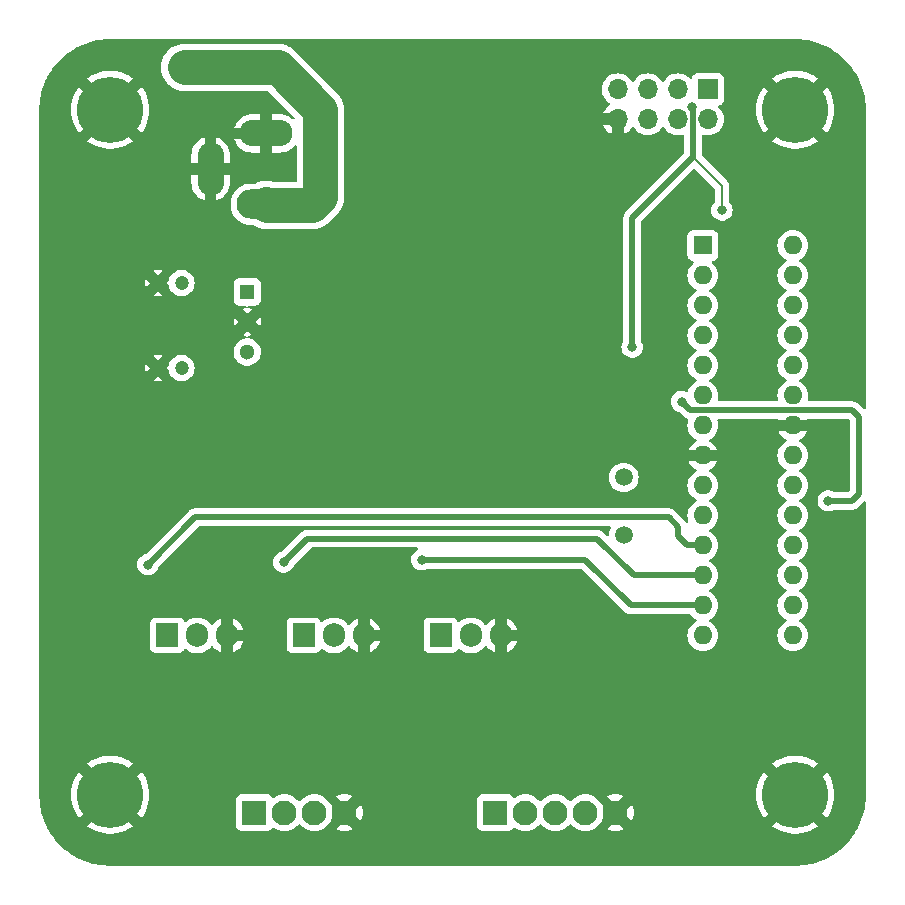
<source format=gbr>
%TF.GenerationSoftware,KiCad,Pcbnew,7.0.1*%
%TF.CreationDate,2023-03-29T16:15:43+02:00*%
%TF.ProjectId,mainboard,6d61696e-626f-4617-9264-2e6b69636164,1.0*%
%TF.SameCoordinates,Original*%
%TF.FileFunction,Copper,L2,Bot*%
%TF.FilePolarity,Positive*%
%FSLAX46Y46*%
G04 Gerber Fmt 4.6, Leading zero omitted, Abs format (unit mm)*
G04 Created by KiCad (PCBNEW 7.0.1) date 2023-03-29 16:15:43*
%MOMM*%
%LPD*%
G01*
G04 APERTURE LIST*
%TA.AperFunction,ComponentPad*%
%ADD10C,5.600000*%
%TD*%
%TA.AperFunction,ComponentPad*%
%ADD11R,1.600000X1.600000*%
%TD*%
%TA.AperFunction,ComponentPad*%
%ADD12O,1.600000X1.600000*%
%TD*%
%TA.AperFunction,ComponentPad*%
%ADD13R,1.905000X2.000000*%
%TD*%
%TA.AperFunction,ComponentPad*%
%ADD14O,1.905000X2.000000*%
%TD*%
%TA.AperFunction,ComponentPad*%
%ADD15O,5.000000X2.500000*%
%TD*%
%TA.AperFunction,ComponentPad*%
%ADD16O,4.500000X2.250000*%
%TD*%
%TA.AperFunction,ComponentPad*%
%ADD17O,2.250000X4.500000*%
%TD*%
%TA.AperFunction,ComponentPad*%
%ADD18R,1.700000X1.700000*%
%TD*%
%TA.AperFunction,ComponentPad*%
%ADD19O,1.700000X1.700000*%
%TD*%
%TA.AperFunction,ComponentPad*%
%ADD20R,2.100000X2.100000*%
%TD*%
%TA.AperFunction,ComponentPad*%
%ADD21C,2.100000*%
%TD*%
%TA.AperFunction,ComponentPad*%
%ADD22R,1.300000X1.300000*%
%TD*%
%TA.AperFunction,ComponentPad*%
%ADD23C,1.300000*%
%TD*%
%TA.AperFunction,ComponentPad*%
%ADD24C,1.200000*%
%TD*%
%TA.AperFunction,ComponentPad*%
%ADD25C,1.500000*%
%TD*%
%TA.AperFunction,ViaPad*%
%ADD26C,0.800000*%
%TD*%
%TA.AperFunction,ViaPad*%
%ADD27C,1.400000*%
%TD*%
%TA.AperFunction,Conductor*%
%ADD28C,0.500000*%
%TD*%
%TA.AperFunction,Conductor*%
%ADD29C,0.200000*%
%TD*%
%TA.AperFunction,Conductor*%
%ADD30C,3.000000*%
%TD*%
G04 APERTURE END LIST*
D10*
%TO.P,H4,1,1*%
%TO.N,GND*%
X173900000Y-124600000D03*
%TD*%
%TO.P,H2,1,1*%
%TO.N,GND*%
X173900000Y-66600000D03*
%TD*%
D11*
%TO.P,U2,1,~{RESET}/PC6*%
%TO.N,RESET*%
X166080000Y-78080000D03*
D12*
%TO.P,U2,2,PD0*%
%TO.N,RX*%
X166080000Y-80620000D03*
%TO.P,U2,3,PD1*%
%TO.N,TX*%
X166080000Y-83160000D03*
%TO.P,U2,4,PD2*%
%TO.N,unconnected-(U2-PD2-Pad4)*%
X166080000Y-85700000D03*
%TO.P,U2,5,PD3*%
%TO.N,unconnected-(U2-PD3-Pad5)*%
X166080000Y-88240000D03*
%TO.P,U2,6,PD4*%
%TO.N,unconnected-(U2-PD4-Pad6)*%
X166080000Y-90780000D03*
%TO.P,U2,7,VCC*%
%TO.N,5V*%
X166080000Y-93320000D03*
%TO.P,U2,8,GND*%
%TO.N,GND*%
X166080000Y-95860000D03*
%TO.P,U2,9,XTAL1/PB6*%
%TO.N,Net-(U2-XTAL1{slash}PB6)*%
X166080000Y-98400000D03*
%TO.P,U2,10,XTAL2/PB7*%
%TO.N,Net-(U2-XTAL2{slash}PB7)*%
X166080000Y-100940000D03*
%TO.P,U2,11,PD5*%
%TO.N,Net-(U2-PD5)*%
X166080000Y-103480000D03*
%TO.P,U2,12,PD6*%
%TO.N,Net-(U2-PD6)*%
X166080000Y-106020000D03*
%TO.P,U2,13,PD7*%
%TO.N,Net-(U2-PD7)*%
X166080000Y-108560000D03*
%TO.P,U2,14,PB0*%
%TO.N,RearLightButton*%
X166080000Y-111100000D03*
%TO.P,U2,15,PB1*%
%TO.N,IndicatorButton*%
X173700000Y-111100000D03*
%TO.P,U2,16,PB2*%
%TO.N,BrakeButton*%
X173700000Y-108560000D03*
%TO.P,U2,17,PB3*%
%TO.N,MOSI*%
X173700000Y-106020000D03*
%TO.P,U2,18,PB4*%
%TO.N,MISO*%
X173700000Y-103480000D03*
%TO.P,U2,19,PB5*%
%TO.N,SCK*%
X173700000Y-100940000D03*
%TO.P,U2,20,AVCC*%
%TO.N,5V*%
X173700000Y-98400000D03*
%TO.P,U2,21,AREF*%
%TO.N,unconnected-(U2-AREF-Pad21)*%
X173700000Y-95860000D03*
%TO.P,U2,22,GND*%
%TO.N,GND*%
X173700000Y-93320000D03*
%TO.P,U2,23,PC0*%
%TO.N,unconnected-(U2-PC0-Pad23)*%
X173700000Y-90780000D03*
%TO.P,U2,24,PC1*%
%TO.N,unconnected-(U2-PC1-Pad24)*%
X173700000Y-88240000D03*
%TO.P,U2,25,PC2*%
%TO.N,unconnected-(U2-PC2-Pad25)*%
X173700000Y-85700000D03*
%TO.P,U2,26,PC3*%
%TO.N,unconnected-(U2-PC3-Pad26)*%
X173700000Y-83160000D03*
%TO.P,U2,27,PC4*%
%TO.N,unconnected-(U2-PC4-Pad27)*%
X173700000Y-80620000D03*
%TO.P,U2,28,PC5*%
%TO.N,unconnected-(U2-PC5-Pad28)*%
X173700000Y-78080000D03*
%TD*%
D10*
%TO.P,H3,1,1*%
%TO.N,GND*%
X115900000Y-124600000D03*
%TD*%
%TO.P,H1,1,1*%
%TO.N,GND*%
X115900000Y-66600000D03*
%TD*%
D13*
%TO.P,Q3,1,G*%
%TO.N,GATE3*%
X143900000Y-111100000D03*
D14*
%TO.P,Q3,2,D*%
%TO.N,/12V_LOAD_3*%
X146440000Y-111100000D03*
%TO.P,Q3,3,S*%
%TO.N,GND*%
X148980000Y-111100000D03*
%TD*%
D15*
%TO.P,J1,1*%
%TO.N,Net-(F1-Pad1)*%
X129100000Y-74600000D03*
D16*
%TO.P,J1,2*%
%TO.N,GND*%
X129100000Y-68600000D03*
D17*
%TO.P,J1,3*%
X124400000Y-71600000D03*
%TD*%
D13*
%TO.P,Q1,1,G*%
%TO.N,GATE1*%
X120720000Y-111100000D03*
D14*
%TO.P,Q1,2,D*%
%TO.N,/12V_LOAD_1*%
X123260000Y-111100000D03*
%TO.P,Q1,3,S*%
%TO.N,GND*%
X125800000Y-111100000D03*
%TD*%
D18*
%TO.P,J4,1,Pin_1*%
%TO.N,MISO*%
X166500000Y-64860000D03*
D19*
%TO.P,J4,2,Pin_2*%
%TO.N,5V*%
X166500000Y-67400000D03*
%TO.P,J4,3,Pin_3*%
%TO.N,SCK*%
X163960000Y-64860000D03*
%TO.P,J4,4,Pin_4*%
%TO.N,MOSI*%
X163960000Y-67400000D03*
%TO.P,J4,5,Pin_5*%
%TO.N,RESET*%
X161420000Y-64860000D03*
%TO.P,J4,6,Pin_6*%
%TO.N,RX*%
X161420000Y-67400000D03*
%TO.P,J4,7,Pin_7*%
%TO.N,TX*%
X158880000Y-64860000D03*
%TO.P,J4,8,Pin_8*%
%TO.N,GND*%
X158880000Y-67400000D03*
%TD*%
D20*
%TO.P,J3,1,Pin_1*%
%TO.N,/12V_LOAD_1*%
X128120000Y-126100000D03*
D21*
%TO.P,J3,2,Pin_2*%
%TO.N,/12V_LOAD_2*%
X130660000Y-126100000D03*
%TO.P,J3,3,Pin_3*%
%TO.N,/12V_LOAD_3*%
X133200000Y-126100000D03*
%TO.P,J3,4,Pin_4*%
%TO.N,GND*%
X135740000Y-126100000D03*
%TD*%
D22*
%TO.P,U1,1,Vin*%
%TO.N,+12V*%
X127500000Y-82020000D03*
D23*
%TO.P,U1,2,GND*%
%TO.N,GND*%
X127500000Y-84560000D03*
%TO.P,U1,3,Vout*%
%TO.N,5V*%
X127500000Y-87100000D03*
%TD*%
D20*
%TO.P,J2,1,Pin_1*%
%TO.N,5V*%
X148520000Y-126100000D03*
D21*
%TO.P,J2,2,Pin_2*%
%TO.N,RearLightButton*%
X151060000Y-126100000D03*
%TO.P,J2,3,Pin_3*%
%TO.N,IndicatorButton*%
X153600000Y-126100000D03*
%TO.P,J2,4,Pin_4*%
%TO.N,BrakeButton*%
X156140000Y-126100000D03*
%TO.P,J2,5,Pin_5*%
%TO.N,GND*%
X158680000Y-126100000D03*
%TD*%
D13*
%TO.P,Q2,1,G*%
%TO.N,GATE2*%
X132300000Y-111100000D03*
D14*
%TO.P,Q2,2,D*%
%TO.N,/12V_LOAD_2*%
X134840000Y-111100000D03*
%TO.P,Q2,3,S*%
%TO.N,GND*%
X137380000Y-111100000D03*
%TD*%
D24*
%TO.P,C1,1*%
%TO.N,+12V*%
X121950000Y-81260000D03*
%TO.P,C1,2*%
%TO.N,GND*%
X119950000Y-81260000D03*
%TD*%
D25*
%TO.P,Y1,1,1*%
%TO.N,Net-(U2-XTAL2{slash}PB7)*%
X159380000Y-102610000D03*
%TO.P,Y1,2,2*%
%TO.N,Net-(U2-XTAL1{slash}PB6)*%
X159380000Y-97730000D03*
%TD*%
D24*
%TO.P,C2,1*%
%TO.N,5V*%
X121950000Y-88460000D03*
%TO.P,C2,2*%
%TO.N,GND*%
X119950000Y-88460000D03*
%TD*%
D26*
%TO.N,GND*%
X119400000Y-76600000D03*
X144700000Y-89700000D03*
X159380000Y-90360000D03*
X159380000Y-109760000D03*
X158900000Y-69000000D03*
X163400000Y-96310000D03*
X176760000Y-95517500D03*
%TO.N,5V*%
X165200000Y-66400000D03*
X164300000Y-91300000D03*
X160100000Y-86700000D03*
X167700000Y-75100000D03*
X176700000Y-99700000D03*
%TO.N,Net-(U2-PD5)*%
X119100000Y-105100000D03*
%TO.N,Net-(U2-PD6)*%
X130600000Y-104900000D03*
%TO.N,Net-(U2-PD7)*%
X142280000Y-104700000D03*
D27*
%TO.N,Net-(F1-Pad1)*%
X122200000Y-63000000D03*
%TD*%
D28*
%TO.N,5V*%
X179300000Y-99100000D02*
X178700000Y-99700000D01*
X165260000Y-66460000D02*
X165260000Y-70600000D01*
X160100000Y-75760000D02*
X160100000Y-86700000D01*
D29*
X167700000Y-75100000D02*
X167700000Y-73040000D01*
D28*
X165030000Y-92030000D02*
X178730000Y-92030000D01*
X178700000Y-99700000D02*
X176700000Y-99700000D01*
X165200000Y-66400000D02*
X165260000Y-66460000D01*
X165260000Y-70600000D02*
X160100000Y-75760000D01*
D29*
X167700000Y-73040000D02*
X165260000Y-70600000D01*
D28*
X179300000Y-92600000D02*
X179300000Y-99100000D01*
X178730000Y-92030000D02*
X179300000Y-92600000D01*
X164300000Y-91300000D02*
X165030000Y-92030000D01*
%TO.N,Net-(U2-PD5)*%
X164000000Y-101900000D02*
X164000000Y-102700000D01*
X119100000Y-105100000D02*
X123100000Y-101100000D01*
X123100000Y-101100000D02*
X163200000Y-101100000D01*
X163200000Y-101100000D02*
X164000000Y-101900000D01*
X164000000Y-102700000D02*
X164780000Y-103480000D01*
X164780000Y-103480000D02*
X166080000Y-103480000D01*
%TO.N,Net-(U2-PD6)*%
X132600000Y-102900000D02*
X157100000Y-102900000D01*
X130600000Y-104900000D02*
X132600000Y-102900000D01*
X157100000Y-102900000D02*
X160220000Y-106020000D01*
X160220000Y-106020000D02*
X166080000Y-106020000D01*
%TO.N,Net-(U2-PD7)*%
X142280000Y-104700000D02*
X156100000Y-104700000D01*
X159960000Y-108560000D02*
X166080000Y-108560000D01*
X156100000Y-104700000D02*
X159960000Y-108560000D01*
D30*
%TO.N,Net-(F1-Pad1)*%
X133000000Y-74700000D02*
X129200000Y-74700000D01*
X130100000Y-63000000D02*
X133700000Y-66600000D01*
X129200000Y-74700000D02*
X129100000Y-74600000D01*
X133700000Y-66600000D02*
X133700000Y-74000000D01*
X122200000Y-63000000D02*
X130100000Y-63000000D01*
X133700000Y-74000000D02*
X133000000Y-74700000D01*
%TD*%
%TA.AperFunction,Conductor*%
%TO.N,GND*%
G36*
X173902442Y-60600596D02*
G01*
X173908703Y-60600841D01*
X174141171Y-60609975D01*
X174141419Y-60610051D01*
X174141420Y-60609985D01*
X174141531Y-60609989D01*
X174372173Y-60619529D01*
X174381571Y-60620278D01*
X174623187Y-60648876D01*
X174852341Y-60677440D01*
X174861183Y-60678870D01*
X175099560Y-60726286D01*
X175100339Y-60726445D01*
X175326298Y-60773824D01*
X175334444Y-60775824D01*
X175568182Y-60841745D01*
X175569753Y-60842200D01*
X175790895Y-60908037D01*
X175798400Y-60910535D01*
X176026259Y-60994597D01*
X176028273Y-60995362D01*
X176243145Y-61079205D01*
X176249963Y-61082104D01*
X176470464Y-61183756D01*
X176472903Y-61184914D01*
X176680180Y-61286245D01*
X176686241Y-61289421D01*
X176898057Y-61408044D01*
X176900853Y-61409659D01*
X177099040Y-61527753D01*
X177104420Y-61531150D01*
X177306284Y-61666031D01*
X177309373Y-61668166D01*
X177497098Y-61802199D01*
X177501768Y-61805704D01*
X177580682Y-61867914D01*
X177692387Y-61955976D01*
X177695748Y-61958722D01*
X177871759Y-62107796D01*
X177875764Y-62111341D01*
X178053973Y-62276076D01*
X178057483Y-62279451D01*
X178220547Y-62442515D01*
X178223922Y-62446025D01*
X178388657Y-62624234D01*
X178392208Y-62628246D01*
X178465321Y-62714570D01*
X178541266Y-62804238D01*
X178544022Y-62807611D01*
X178694285Y-62998218D01*
X178697810Y-63002915D01*
X178831814Y-63190599D01*
X178833982Y-63193737D01*
X178968845Y-63395574D01*
X178972259Y-63400980D01*
X179070711Y-63566204D01*
X179090298Y-63599074D01*
X179091964Y-63601959D01*
X179210559Y-63813724D01*
X179213767Y-63819846D01*
X179214580Y-63821508D01*
X179315059Y-64027042D01*
X179316268Y-64029589D01*
X179417890Y-64250026D01*
X179420797Y-64256864D01*
X179504608Y-64471653D01*
X179505427Y-64473809D01*
X179589457Y-64701582D01*
X179591966Y-64709119D01*
X179657777Y-64930173D01*
X179658276Y-64931896D01*
X179724166Y-65165524D01*
X179726183Y-65173736D01*
X179773506Y-65399430D01*
X179773762Y-65400686D01*
X179821127Y-65638810D01*
X179822558Y-65647663D01*
X179851103Y-65876658D01*
X179851195Y-65877421D01*
X179879717Y-66118401D01*
X179880471Y-66127852D01*
X179890014Y-66358577D01*
X179890024Y-66358833D01*
X179899404Y-66597557D01*
X179899500Y-66602425D01*
X179899500Y-91838771D01*
X179885985Y-91895066D01*
X179848385Y-91939089D01*
X179794898Y-91961244D01*
X179737182Y-91956702D01*
X179687819Y-91926452D01*
X179305728Y-91544360D01*
X179293946Y-91530727D01*
X179279609Y-91511469D01*
X179241666Y-91479631D01*
X179233691Y-91472323D01*
X179229782Y-91468414D01*
X179229782Y-91468413D01*
X179229777Y-91468409D01*
X179205423Y-91449152D01*
X179202647Y-91446890D01*
X179144251Y-91397890D01*
X179127821Y-91387422D01*
X179058691Y-91355186D01*
X179055447Y-91353615D01*
X178987306Y-91319394D01*
X178968903Y-91312997D01*
X178894211Y-91297574D01*
X178890692Y-91296794D01*
X178816490Y-91279208D01*
X178797121Y-91277229D01*
X178720869Y-91279448D01*
X178717263Y-91279500D01*
X175074137Y-91279500D01*
X175019293Y-91266712D01*
X174975761Y-91230987D01*
X174952520Y-91179691D01*
X174954362Y-91123407D01*
X174985635Y-91006691D01*
X174992194Y-90931716D01*
X175005468Y-90780000D01*
X174985635Y-90553308D01*
X174926739Y-90333504D01*
X174830568Y-90127266D01*
X174700047Y-89940861D01*
X174700046Y-89940859D01*
X174539140Y-89779953D01*
X174352733Y-89649431D01*
X174294725Y-89622382D01*
X174242549Y-89576625D01*
X174223129Y-89510000D01*
X174242549Y-89443375D01*
X174294725Y-89397618D01*
X174352734Y-89370568D01*
X174539139Y-89240047D01*
X174700047Y-89079139D01*
X174830568Y-88892734D01*
X174926739Y-88686496D01*
X174985635Y-88466692D01*
X175005468Y-88240000D01*
X174985635Y-88013308D01*
X174926739Y-87793504D01*
X174830568Y-87587266D01*
X174824093Y-87578019D01*
X174700046Y-87400859D01*
X174539140Y-87239953D01*
X174352732Y-87109430D01*
X174294724Y-87082380D01*
X174242549Y-87036623D01*
X174223130Y-86969997D01*
X174242550Y-86903373D01*
X174294721Y-86857619D01*
X174352734Y-86830568D01*
X174539139Y-86700047D01*
X174700047Y-86539139D01*
X174830568Y-86352734D01*
X174926739Y-86146496D01*
X174985635Y-85926692D01*
X175005468Y-85700000D01*
X175002916Y-85670836D01*
X174985635Y-85473310D01*
X174985635Y-85473308D01*
X174926739Y-85253504D01*
X174830568Y-85047266D01*
X174700047Y-84860861D01*
X174700046Y-84860859D01*
X174539140Y-84699953D01*
X174352732Y-84569430D01*
X174294724Y-84542380D01*
X174242549Y-84496623D01*
X174223130Y-84429997D01*
X174242550Y-84363373D01*
X174294721Y-84317619D01*
X174352734Y-84290568D01*
X174539139Y-84160047D01*
X174700047Y-83999139D01*
X174830568Y-83812734D01*
X174926739Y-83606496D01*
X174985635Y-83386692D01*
X175005468Y-83160000D01*
X174985635Y-82933308D01*
X174926739Y-82713504D01*
X174830568Y-82507266D01*
X174727802Y-82360500D01*
X174700046Y-82320859D01*
X174539140Y-82159953D01*
X174352733Y-82029431D01*
X174294725Y-82002382D01*
X174242549Y-81956625D01*
X174223129Y-81890000D01*
X174242549Y-81823375D01*
X174294725Y-81777618D01*
X174352734Y-81750568D01*
X174539139Y-81620047D01*
X174700047Y-81459139D01*
X174830568Y-81272734D01*
X174926739Y-81066496D01*
X174985635Y-80846692D01*
X175005468Y-80620000D01*
X174985635Y-80393308D01*
X174926739Y-80173504D01*
X174830568Y-79967266D01*
X174700047Y-79780861D01*
X174700046Y-79780859D01*
X174539140Y-79619953D01*
X174352733Y-79489431D01*
X174294725Y-79462382D01*
X174242549Y-79416625D01*
X174223129Y-79350000D01*
X174242549Y-79283375D01*
X174294725Y-79237618D01*
X174352734Y-79210568D01*
X174539139Y-79080047D01*
X174700047Y-78919139D01*
X174830568Y-78732734D01*
X174926739Y-78526496D01*
X174985635Y-78306692D01*
X175005468Y-78080000D01*
X174985635Y-77853308D01*
X174926739Y-77633504D01*
X174830568Y-77427266D01*
X174700047Y-77240861D01*
X174700046Y-77240859D01*
X174539140Y-77079953D01*
X174352735Y-76949432D01*
X174146497Y-76853261D01*
X173926689Y-76794364D01*
X173700000Y-76774531D01*
X173473310Y-76794364D01*
X173253502Y-76853261D01*
X173047264Y-76949432D01*
X172860859Y-77079953D01*
X172699953Y-77240859D01*
X172569432Y-77427264D01*
X172473261Y-77633502D01*
X172414364Y-77853310D01*
X172394531Y-78079999D01*
X172414364Y-78306689D01*
X172473261Y-78526497D01*
X172569432Y-78732735D01*
X172699953Y-78919140D01*
X172860859Y-79080046D01*
X172921249Y-79122331D01*
X173047266Y-79210568D01*
X173105275Y-79237618D01*
X173157450Y-79283375D01*
X173176869Y-79350000D01*
X173157450Y-79416625D01*
X173105275Y-79462382D01*
X173047263Y-79489433D01*
X172860859Y-79619953D01*
X172699953Y-79780859D01*
X172569432Y-79967264D01*
X172473261Y-80173502D01*
X172414364Y-80393310D01*
X172394531Y-80619999D01*
X172414364Y-80846689D01*
X172473261Y-81066497D01*
X172569432Y-81272735D01*
X172699953Y-81459140D01*
X172860859Y-81620046D01*
X173047263Y-81750566D01*
X173047266Y-81750568D01*
X173105275Y-81777618D01*
X173157450Y-81823375D01*
X173176869Y-81890000D01*
X173157450Y-81956625D01*
X173105275Y-82002382D01*
X173047263Y-82029433D01*
X172860859Y-82159953D01*
X172699953Y-82320859D01*
X172569432Y-82507264D01*
X172473261Y-82713502D01*
X172414364Y-82933310D01*
X172394531Y-83159999D01*
X172414364Y-83386689D01*
X172473261Y-83606497D01*
X172569432Y-83812735D01*
X172699953Y-83999140D01*
X172860859Y-84160046D01*
X173047262Y-84290565D01*
X173047266Y-84290568D01*
X173105273Y-84317617D01*
X173157449Y-84363373D01*
X173176869Y-84429997D01*
X173157451Y-84496622D01*
X173105276Y-84542380D01*
X173047266Y-84569431D01*
X172860859Y-84699953D01*
X172699953Y-84860859D01*
X172569432Y-85047264D01*
X172473261Y-85253502D01*
X172414364Y-85473310D01*
X172394531Y-85699999D01*
X172414364Y-85926689D01*
X172473261Y-86146497D01*
X172569432Y-86352735D01*
X172699953Y-86539140D01*
X172860859Y-86700046D01*
X173047262Y-86830565D01*
X173047266Y-86830568D01*
X173105273Y-86857617D01*
X173157449Y-86903373D01*
X173176869Y-86969997D01*
X173157451Y-87036622D01*
X173105276Y-87082380D01*
X173047266Y-87109431D01*
X172860859Y-87239953D01*
X172699953Y-87400859D01*
X172569432Y-87587264D01*
X172473261Y-87793502D01*
X172414364Y-88013310D01*
X172394531Y-88239999D01*
X172414364Y-88466689D01*
X172473261Y-88686497D01*
X172569432Y-88892735D01*
X172699953Y-89079140D01*
X172860859Y-89240046D01*
X173006439Y-89341981D01*
X173047266Y-89370568D01*
X173105275Y-89397618D01*
X173157450Y-89443375D01*
X173176869Y-89510000D01*
X173157450Y-89576625D01*
X173105275Y-89622382D01*
X173047263Y-89649433D01*
X172860859Y-89779953D01*
X172699953Y-89940859D01*
X172569432Y-90127264D01*
X172473261Y-90333502D01*
X172414364Y-90553310D01*
X172394531Y-90779999D01*
X172414364Y-91006691D01*
X172445638Y-91123407D01*
X172447480Y-91179691D01*
X172424239Y-91230987D01*
X172380707Y-91266712D01*
X172325863Y-91279500D01*
X167454137Y-91279500D01*
X167399293Y-91266712D01*
X167355761Y-91230987D01*
X167332520Y-91179691D01*
X167334362Y-91123407D01*
X167365635Y-91006691D01*
X167372194Y-90931716D01*
X167385468Y-90780000D01*
X167365635Y-90553308D01*
X167306739Y-90333504D01*
X167210568Y-90127266D01*
X167080047Y-89940861D01*
X167080046Y-89940859D01*
X166919140Y-89779953D01*
X166732733Y-89649431D01*
X166674725Y-89622382D01*
X166622549Y-89576625D01*
X166603129Y-89510000D01*
X166622549Y-89443375D01*
X166674725Y-89397618D01*
X166732734Y-89370568D01*
X166919139Y-89240047D01*
X167080047Y-89079139D01*
X167210568Y-88892734D01*
X167306739Y-88686496D01*
X167365635Y-88466692D01*
X167385468Y-88240000D01*
X167365635Y-88013308D01*
X167306739Y-87793504D01*
X167210568Y-87587266D01*
X167204093Y-87578019D01*
X167080046Y-87400859D01*
X166919140Y-87239953D01*
X166732732Y-87109430D01*
X166674724Y-87082380D01*
X166622549Y-87036623D01*
X166603130Y-86969997D01*
X166622550Y-86903373D01*
X166674721Y-86857619D01*
X166732734Y-86830568D01*
X166919139Y-86700047D01*
X167080047Y-86539139D01*
X167210568Y-86352734D01*
X167306739Y-86146496D01*
X167365635Y-85926692D01*
X167385468Y-85700000D01*
X167382916Y-85670836D01*
X167365635Y-85473310D01*
X167365635Y-85473308D01*
X167306739Y-85253504D01*
X167210568Y-85047266D01*
X167080047Y-84860861D01*
X167080046Y-84860859D01*
X166919140Y-84699953D01*
X166732732Y-84569430D01*
X166674724Y-84542380D01*
X166622549Y-84496623D01*
X166603130Y-84429997D01*
X166622550Y-84363373D01*
X166674721Y-84317619D01*
X166732734Y-84290568D01*
X166919139Y-84160047D01*
X167080047Y-83999139D01*
X167210568Y-83812734D01*
X167306739Y-83606496D01*
X167365635Y-83386692D01*
X167385468Y-83160000D01*
X167365635Y-82933308D01*
X167306739Y-82713504D01*
X167210568Y-82507266D01*
X167107802Y-82360500D01*
X167080046Y-82320859D01*
X166919140Y-82159953D01*
X166732733Y-82029431D01*
X166674725Y-82002382D01*
X166622549Y-81956625D01*
X166603129Y-81890000D01*
X166622549Y-81823375D01*
X166674725Y-81777618D01*
X166732734Y-81750568D01*
X166919139Y-81620047D01*
X167080047Y-81459139D01*
X167210568Y-81272734D01*
X167306739Y-81066496D01*
X167365635Y-80846692D01*
X167385468Y-80620000D01*
X167365635Y-80393308D01*
X167306739Y-80173504D01*
X167210568Y-79967266D01*
X167080047Y-79780861D01*
X167080046Y-79780859D01*
X166919140Y-79619953D01*
X166894537Y-79602726D01*
X166855399Y-79557884D01*
X166841666Y-79499970D01*
X166856500Y-79442328D01*
X166896485Y-79398239D01*
X166952406Y-79377861D01*
X166987483Y-79374091D01*
X167122331Y-79323796D01*
X167237546Y-79237546D01*
X167323796Y-79122331D01*
X167374091Y-78987483D01*
X167380500Y-78927873D01*
X167380499Y-77232128D01*
X167374091Y-77172517D01*
X167323796Y-77037669D01*
X167237546Y-76922454D01*
X167122331Y-76836204D01*
X166987483Y-76785909D01*
X166927873Y-76779500D01*
X166927869Y-76779500D01*
X165232130Y-76779500D01*
X165172515Y-76785909D01*
X165037669Y-76836204D01*
X164922454Y-76922454D01*
X164836204Y-77037668D01*
X164785909Y-77172516D01*
X164779500Y-77232130D01*
X164779500Y-78927869D01*
X164785909Y-78987483D01*
X164836204Y-79122331D01*
X164922454Y-79237546D01*
X165037669Y-79323796D01*
X165172517Y-79374091D01*
X165207594Y-79377862D01*
X165263513Y-79398239D01*
X165303497Y-79442327D01*
X165318332Y-79499968D01*
X165304600Y-79557881D01*
X165265464Y-79602724D01*
X165240860Y-79619952D01*
X165079953Y-79780859D01*
X164949432Y-79967264D01*
X164853261Y-80173502D01*
X164794364Y-80393310D01*
X164774531Y-80619999D01*
X164794364Y-80846689D01*
X164853261Y-81066497D01*
X164949432Y-81272735D01*
X165079953Y-81459140D01*
X165240859Y-81620046D01*
X165427263Y-81750566D01*
X165427266Y-81750568D01*
X165485275Y-81777618D01*
X165537450Y-81823375D01*
X165556869Y-81890000D01*
X165537450Y-81956625D01*
X165485275Y-82002382D01*
X165427263Y-82029433D01*
X165240859Y-82159953D01*
X165079953Y-82320859D01*
X164949432Y-82507264D01*
X164853261Y-82713502D01*
X164794364Y-82933310D01*
X164774531Y-83159999D01*
X164794364Y-83386689D01*
X164853261Y-83606497D01*
X164949432Y-83812735D01*
X165079953Y-83999140D01*
X165240859Y-84160046D01*
X165427262Y-84290565D01*
X165427266Y-84290568D01*
X165485273Y-84317617D01*
X165537449Y-84363373D01*
X165556869Y-84429997D01*
X165537451Y-84496622D01*
X165485276Y-84542380D01*
X165427266Y-84569431D01*
X165240859Y-84699953D01*
X165079953Y-84860859D01*
X164949432Y-85047264D01*
X164853261Y-85253502D01*
X164794364Y-85473310D01*
X164774531Y-85699999D01*
X164794364Y-85926689D01*
X164853261Y-86146497D01*
X164949432Y-86352735D01*
X165079953Y-86539140D01*
X165240859Y-86700046D01*
X165427262Y-86830565D01*
X165427266Y-86830568D01*
X165485273Y-86857617D01*
X165537449Y-86903373D01*
X165556869Y-86969997D01*
X165537451Y-87036622D01*
X165485276Y-87082380D01*
X165427266Y-87109431D01*
X165240859Y-87239953D01*
X165079953Y-87400859D01*
X164949432Y-87587264D01*
X164853261Y-87793502D01*
X164794364Y-88013310D01*
X164774531Y-88239999D01*
X164794364Y-88466689D01*
X164853261Y-88686497D01*
X164949432Y-88892735D01*
X165079953Y-89079140D01*
X165240859Y-89240046D01*
X165386439Y-89341981D01*
X165427266Y-89370568D01*
X165485275Y-89397618D01*
X165537450Y-89443375D01*
X165556869Y-89510000D01*
X165537450Y-89576625D01*
X165485275Y-89622382D01*
X165427263Y-89649433D01*
X165240859Y-89779953D01*
X165079953Y-89940859D01*
X164949432Y-90127264D01*
X164853261Y-90333502D01*
X164836471Y-90396164D01*
X164812032Y-90443361D01*
X164770079Y-90475991D01*
X164718319Y-90488059D01*
X164666260Y-90477349D01*
X164579802Y-90438855D01*
X164394648Y-90399500D01*
X164394646Y-90399500D01*
X164205354Y-90399500D01*
X164205352Y-90399500D01*
X164020197Y-90438855D01*
X163847269Y-90515848D01*
X163694129Y-90627110D01*
X163567466Y-90767783D01*
X163472820Y-90931715D01*
X163414326Y-91111742D01*
X163394540Y-91299999D01*
X163414326Y-91488257D01*
X163472820Y-91668284D01*
X163567466Y-91832216D01*
X163694129Y-91972889D01*
X163847269Y-92084151D01*
X164020193Y-92161143D01*
X164020196Y-92161143D01*
X164020197Y-92161144D01*
X164085333Y-92174988D01*
X164118714Y-92187303D01*
X164147228Y-92208596D01*
X164454269Y-92515637D01*
X164466051Y-92529270D01*
X164480389Y-92548529D01*
X164518337Y-92580372D01*
X164526311Y-92587680D01*
X164530221Y-92591590D01*
X164554537Y-92610816D01*
X164557336Y-92613096D01*
X164615752Y-92662113D01*
X164632179Y-92672578D01*
X164701320Y-92704819D01*
X164704567Y-92706391D01*
X164784521Y-92746546D01*
X164782615Y-92750340D01*
X164815020Y-92767935D01*
X164848625Y-92824087D01*
X164848968Y-92889526D01*
X164794364Y-93093310D01*
X164774531Y-93319999D01*
X164794364Y-93546689D01*
X164853261Y-93766497D01*
X164949432Y-93972735D01*
X165079953Y-94159140D01*
X165240859Y-94320046D01*
X165427264Y-94450567D01*
X165427265Y-94450567D01*
X165427266Y-94450568D01*
X165485865Y-94477893D01*
X165538040Y-94523650D01*
X165557460Y-94590274D01*
X165538041Y-94656899D01*
X165485866Y-94702656D01*
X165427522Y-94729863D01*
X165241180Y-94860341D01*
X165080341Y-95021180D01*
X164949865Y-95207519D01*
X164878762Y-95359999D01*
X164878762Y-95360000D01*
X167281238Y-95360000D01*
X167281237Y-95359999D01*
X167210134Y-95207519D01*
X167079658Y-95021180D01*
X166918819Y-94860341D01*
X166732482Y-94729866D01*
X166674133Y-94702657D01*
X166621958Y-94656899D01*
X166602539Y-94590274D01*
X166621959Y-94523649D01*
X166674134Y-94477893D01*
X166732734Y-94450568D01*
X166919139Y-94320047D01*
X167080047Y-94159139D01*
X167210568Y-93972734D01*
X167306739Y-93766496D01*
X167365635Y-93546692D01*
X167385468Y-93320000D01*
X167365635Y-93093308D01*
X167323644Y-92936593D01*
X167321802Y-92880309D01*
X167345043Y-92829014D01*
X167388575Y-92793288D01*
X167443419Y-92780500D01*
X172405569Y-92780500D01*
X172465212Y-92795786D01*
X172491065Y-92820000D01*
X174908935Y-92820000D01*
X174934788Y-92795786D01*
X174994431Y-92780500D01*
X178367770Y-92780500D01*
X178415223Y-92789939D01*
X178455451Y-92816819D01*
X178513181Y-92874549D01*
X178540061Y-92914777D01*
X178549500Y-92962230D01*
X178549500Y-98737770D01*
X178540061Y-98785223D01*
X178513181Y-98825451D01*
X178425451Y-98913181D01*
X178385223Y-98940061D01*
X178337770Y-98949500D01*
X177239337Y-98949500D01*
X177201018Y-98943431D01*
X177166450Y-98925817D01*
X177152728Y-98915847D01*
X176979802Y-98838855D01*
X176794648Y-98799500D01*
X176794646Y-98799500D01*
X176605354Y-98799500D01*
X176605352Y-98799500D01*
X176420197Y-98838855D01*
X176247269Y-98915848D01*
X176094129Y-99027110D01*
X175967466Y-99167783D01*
X175872820Y-99331715D01*
X175814326Y-99511742D01*
X175794540Y-99700000D01*
X175814326Y-99888257D01*
X175872820Y-100068284D01*
X175967466Y-100232216D01*
X176094129Y-100372889D01*
X176247269Y-100484151D01*
X176420197Y-100561144D01*
X176605352Y-100600500D01*
X176605354Y-100600500D01*
X176794646Y-100600500D01*
X176794648Y-100600500D01*
X176918083Y-100574262D01*
X176979803Y-100561144D01*
X177152730Y-100484151D01*
X177166449Y-100474183D01*
X177201018Y-100456569D01*
X177239337Y-100450500D01*
X178636294Y-100450500D01*
X178654264Y-100451809D01*
X178658320Y-100452402D01*
X178678023Y-100455289D01*
X178727368Y-100450972D01*
X178738176Y-100450500D01*
X178743706Y-100450500D01*
X178743709Y-100450500D01*
X178774550Y-100446894D01*
X178778031Y-100446539D01*
X178852797Y-100439999D01*
X178852797Y-100439998D01*
X178854052Y-100439889D01*
X178873062Y-100435674D01*
X178874250Y-100435241D01*
X178874255Y-100435241D01*
X178944820Y-100409557D01*
X178948095Y-100408419D01*
X179019334Y-100384814D01*
X179019336Y-100384812D01*
X179020536Y-100384415D01*
X179038063Y-100375929D01*
X179039112Y-100375238D01*
X179039117Y-100375237D01*
X179101806Y-100334005D01*
X179104798Y-100332099D01*
X179168656Y-100292712D01*
X179168656Y-100292711D01*
X179169729Y-100292050D01*
X179184824Y-100279753D01*
X179185692Y-100278832D01*
X179185696Y-100278830D01*
X179237186Y-100224252D01*
X179239632Y-100221734D01*
X179687819Y-99773546D01*
X179737182Y-99743297D01*
X179794898Y-99738755D01*
X179848385Y-99760910D01*
X179885985Y-99804933D01*
X179899500Y-99861228D01*
X179899500Y-124597575D01*
X179899404Y-124602444D01*
X179890024Y-124841167D01*
X179890014Y-124841422D01*
X179880471Y-125072146D01*
X179879717Y-125081597D01*
X179851195Y-125322577D01*
X179851103Y-125323340D01*
X179822558Y-125552335D01*
X179821127Y-125561188D01*
X179773762Y-125799312D01*
X179773506Y-125800568D01*
X179726183Y-126026262D01*
X179724166Y-126034474D01*
X179658276Y-126268102D01*
X179657777Y-126269825D01*
X179591966Y-126490879D01*
X179589457Y-126498416D01*
X179505427Y-126726189D01*
X179504608Y-126728345D01*
X179420797Y-126943134D01*
X179417890Y-126949972D01*
X179316268Y-127170409D01*
X179315059Y-127172956D01*
X179213771Y-127380145D01*
X179210559Y-127386274D01*
X179091964Y-127598039D01*
X179090298Y-127600924D01*
X178972266Y-127799007D01*
X178968845Y-127804424D01*
X178833982Y-128006261D01*
X178831797Y-128009424D01*
X178697823Y-128197066D01*
X178694285Y-128201780D01*
X178544022Y-128392387D01*
X178541266Y-128395760D01*
X178392224Y-128571734D01*
X178388657Y-128575764D01*
X178223922Y-128753973D01*
X178220547Y-128757483D01*
X178057483Y-128920547D01*
X178053973Y-128923922D01*
X177875764Y-129088657D01*
X177871734Y-129092224D01*
X177695760Y-129241266D01*
X177692387Y-129244022D01*
X177501780Y-129394285D01*
X177497066Y-129397823D01*
X177309424Y-129531797D01*
X177306261Y-129533982D01*
X177104424Y-129668845D01*
X177099007Y-129672266D01*
X176900924Y-129790298D01*
X176898039Y-129791964D01*
X176686274Y-129910559D01*
X176680145Y-129913771D01*
X176472956Y-130015059D01*
X176470409Y-130016268D01*
X176249972Y-130117890D01*
X176243134Y-130120797D01*
X176028345Y-130204608D01*
X176026189Y-130205427D01*
X175798416Y-130289457D01*
X175790879Y-130291966D01*
X175569825Y-130357777D01*
X175568102Y-130358276D01*
X175334474Y-130424166D01*
X175326262Y-130426183D01*
X175100568Y-130473506D01*
X175099312Y-130473762D01*
X174861188Y-130521127D01*
X174852335Y-130522558D01*
X174623340Y-130551103D01*
X174622577Y-130551195D01*
X174381597Y-130579717D01*
X174372146Y-130580471D01*
X174141422Y-130590014D01*
X174141167Y-130590024D01*
X173909467Y-130599128D01*
X173902442Y-130599404D01*
X173897575Y-130599500D01*
X115902425Y-130599500D01*
X115897557Y-130599404D01*
X115658832Y-130590024D01*
X115658579Y-130589946D01*
X115658577Y-130590014D01*
X115427852Y-130580471D01*
X115418401Y-130579717D01*
X115177421Y-130551195D01*
X115176658Y-130551103D01*
X114947663Y-130522558D01*
X114938810Y-130521127D01*
X114700686Y-130473762D01*
X114699430Y-130473506D01*
X114473736Y-130426183D01*
X114465524Y-130424166D01*
X114231896Y-130358276D01*
X114230173Y-130357777D01*
X114009119Y-130291966D01*
X114001582Y-130289457D01*
X113773809Y-130205427D01*
X113771653Y-130204608D01*
X113556864Y-130120797D01*
X113550026Y-130117890D01*
X113329589Y-130016268D01*
X113327042Y-130015059D01*
X113119853Y-129913771D01*
X113113732Y-129910563D01*
X112986754Y-129839452D01*
X112901959Y-129791964D01*
X112899100Y-129790313D01*
X112700980Y-129672259D01*
X112695574Y-129668845D01*
X112493737Y-129533982D01*
X112490599Y-129531814D01*
X112302915Y-129397810D01*
X112298218Y-129394285D01*
X112107611Y-129244022D01*
X112104238Y-129241266D01*
X111928246Y-129092208D01*
X111924234Y-129088657D01*
X111746025Y-128923922D01*
X111742515Y-128920547D01*
X111579451Y-128757483D01*
X111576076Y-128753973D01*
X111411341Y-128575764D01*
X111407796Y-128571759D01*
X111258722Y-128395748D01*
X111255976Y-128392387D01*
X111105713Y-128201780D01*
X111102199Y-128197098D01*
X110968166Y-128009373D01*
X110966031Y-128006284D01*
X110831150Y-127804420D01*
X110827753Y-127799040D01*
X110709659Y-127600853D01*
X110708034Y-127598039D01*
X110705658Y-127593796D01*
X110589421Y-127386241D01*
X110586245Y-127380180D01*
X110527686Y-127260394D01*
X113946712Y-127260394D01*
X114045363Y-127335386D01*
X114351984Y-127519873D01*
X114676746Y-127670124D01*
X115015859Y-127784385D01*
X115365335Y-127861310D01*
X115721078Y-127900000D01*
X116078922Y-127900000D01*
X116434664Y-127861310D01*
X116784140Y-127784385D01*
X117123253Y-127670124D01*
X117448015Y-127519873D01*
X117754637Y-127335385D01*
X117853286Y-127260393D01*
X117790762Y-127197869D01*
X126569500Y-127197869D01*
X126575909Y-127257484D01*
X126584670Y-127280972D01*
X126626204Y-127392331D01*
X126712454Y-127507546D01*
X126827669Y-127593796D01*
X126962517Y-127644091D01*
X127022127Y-127650500D01*
X129217872Y-127650499D01*
X129277483Y-127644091D01*
X129412331Y-127593796D01*
X129527546Y-127507546D01*
X129605085Y-127403966D01*
X129652037Y-127365853D01*
X129711431Y-127354479D01*
X129769142Y-127372550D01*
X129953911Y-127485778D01*
X130179384Y-127579171D01*
X130179387Y-127579171D01*
X130179388Y-127579172D01*
X130416698Y-127636146D01*
X130660000Y-127655294D01*
X130903302Y-127636146D01*
X131140612Y-127579172D01*
X131140613Y-127579171D01*
X131140615Y-127579171D01*
X131366088Y-127485778D01*
X131416045Y-127455163D01*
X131574179Y-127358259D01*
X131759759Y-127199759D01*
X131835711Y-127110829D01*
X131878086Y-127078753D01*
X131930000Y-127067363D01*
X131981914Y-127078753D01*
X132024288Y-127110829D01*
X132100241Y-127199759D01*
X132285821Y-127358259D01*
X132360410Y-127403967D01*
X132493911Y-127485778D01*
X132719384Y-127579171D01*
X132719387Y-127579171D01*
X132719388Y-127579172D01*
X132956698Y-127636146D01*
X133200000Y-127655294D01*
X133443302Y-127636146D01*
X133680612Y-127579172D01*
X133680613Y-127579171D01*
X133680615Y-127579171D01*
X133887629Y-127493424D01*
X135053680Y-127493424D01*
X135259542Y-127578696D01*
X135496775Y-127635650D01*
X135740000Y-127654792D01*
X135983224Y-127635650D01*
X136220457Y-127578696D01*
X136426318Y-127493424D01*
X136130763Y-127197869D01*
X146969500Y-127197869D01*
X146975909Y-127257484D01*
X146984670Y-127280972D01*
X147026204Y-127392331D01*
X147112454Y-127507546D01*
X147227669Y-127593796D01*
X147362517Y-127644091D01*
X147422127Y-127650500D01*
X149617872Y-127650499D01*
X149677483Y-127644091D01*
X149812331Y-127593796D01*
X149927546Y-127507546D01*
X150005085Y-127403966D01*
X150052037Y-127365853D01*
X150111431Y-127354479D01*
X150169142Y-127372550D01*
X150353911Y-127485778D01*
X150579384Y-127579171D01*
X150579387Y-127579171D01*
X150579388Y-127579172D01*
X150816698Y-127636146D01*
X151060000Y-127655294D01*
X151303302Y-127636146D01*
X151540612Y-127579172D01*
X151540613Y-127579171D01*
X151540615Y-127579171D01*
X151766088Y-127485778D01*
X151816045Y-127455163D01*
X151974179Y-127358259D01*
X152159759Y-127199759D01*
X152235711Y-127110829D01*
X152278086Y-127078753D01*
X152330000Y-127067363D01*
X152381914Y-127078753D01*
X152424288Y-127110829D01*
X152500241Y-127199759D01*
X152685821Y-127358259D01*
X152760410Y-127403967D01*
X152893911Y-127485778D01*
X153119384Y-127579171D01*
X153119387Y-127579171D01*
X153119388Y-127579172D01*
X153356698Y-127636146D01*
X153600000Y-127655294D01*
X153843302Y-127636146D01*
X154080612Y-127579172D01*
X154080613Y-127579171D01*
X154080615Y-127579171D01*
X154306088Y-127485778D01*
X154356045Y-127455163D01*
X154514179Y-127358259D01*
X154699759Y-127199759D01*
X154775711Y-127110829D01*
X154818086Y-127078753D01*
X154870000Y-127067363D01*
X154921914Y-127078753D01*
X154964288Y-127110829D01*
X155040241Y-127199759D01*
X155225821Y-127358259D01*
X155300410Y-127403967D01*
X155433911Y-127485778D01*
X155659384Y-127579171D01*
X155659387Y-127579171D01*
X155659388Y-127579172D01*
X155896698Y-127636146D01*
X156140000Y-127655294D01*
X156383302Y-127636146D01*
X156620612Y-127579172D01*
X156620613Y-127579171D01*
X156620615Y-127579171D01*
X156827629Y-127493424D01*
X157993680Y-127493424D01*
X158199542Y-127578696D01*
X158436775Y-127635650D01*
X158680000Y-127654792D01*
X158923224Y-127635650D01*
X159160457Y-127578696D01*
X159366318Y-127493424D01*
X159133288Y-127260394D01*
X171946712Y-127260394D01*
X172045363Y-127335386D01*
X172351984Y-127519873D01*
X172676746Y-127670124D01*
X173015859Y-127784385D01*
X173365335Y-127861310D01*
X173721078Y-127900000D01*
X174078922Y-127900000D01*
X174434664Y-127861310D01*
X174784140Y-127784385D01*
X175123253Y-127670124D01*
X175448015Y-127519873D01*
X175754637Y-127335385D01*
X175853286Y-127260393D01*
X173900000Y-125307107D01*
X171946712Y-127260393D01*
X171946712Y-127260394D01*
X159133288Y-127260394D01*
X158680001Y-126807107D01*
X158680000Y-126807107D01*
X157993680Y-127493424D01*
X156827629Y-127493424D01*
X156846088Y-127485778D01*
X156896045Y-127455163D01*
X157054179Y-127358259D01*
X157239759Y-127199759D01*
X157398259Y-127014179D01*
X157495163Y-126856045D01*
X157525778Y-126806088D01*
X157619171Y-126580614D01*
X157619170Y-126580614D01*
X157619172Y-126580612D01*
X157651098Y-126447632D01*
X157683989Y-126388901D01*
X157972893Y-126100000D01*
X159387107Y-126100000D01*
X160073424Y-126786318D01*
X160158696Y-126580457D01*
X160215650Y-126343224D01*
X160234792Y-126100000D01*
X160215650Y-125856775D01*
X160158696Y-125619542D01*
X160073424Y-125413680D01*
X159387107Y-126100000D01*
X157972893Y-126100000D01*
X157683989Y-125811096D01*
X157651097Y-125752364D01*
X157619172Y-125619388D01*
X157591398Y-125552335D01*
X157525778Y-125393911D01*
X157446711Y-125264887D01*
X157398259Y-125185821D01*
X157239759Y-125000241D01*
X157054179Y-124841741D01*
X156979589Y-124796032D01*
X156846088Y-124714221D01*
X156827626Y-124706574D01*
X157993680Y-124706574D01*
X158680000Y-125392893D01*
X158680001Y-125392893D01*
X159366318Y-124706574D01*
X159160457Y-124621303D01*
X159071719Y-124599999D01*
X170595152Y-124599999D01*
X170614525Y-124957310D01*
X170672419Y-125310451D01*
X170768149Y-125655241D01*
X170900601Y-125987670D01*
X171068218Y-126303829D01*
X171238265Y-126554627D01*
X173192892Y-124600001D01*
X174607107Y-124600001D01*
X176561733Y-126554627D01*
X176731783Y-126303824D01*
X176899398Y-125987670D01*
X177031850Y-125655241D01*
X177127580Y-125310451D01*
X177185474Y-124957310D01*
X177204847Y-124599999D01*
X177185474Y-124242689D01*
X177127580Y-123889548D01*
X177031850Y-123544758D01*
X176899398Y-123212329D01*
X176731781Y-122896170D01*
X176561734Y-122645371D01*
X176561733Y-122645371D01*
X174607107Y-124600000D01*
X174607107Y-124600001D01*
X173192892Y-124600001D01*
X173192893Y-124600000D01*
X171238265Y-122645371D01*
X171068215Y-122896178D01*
X170900601Y-123212329D01*
X170768149Y-123544758D01*
X170672419Y-123889548D01*
X170614525Y-124242689D01*
X170595152Y-124599999D01*
X159071719Y-124599999D01*
X158923224Y-124564349D01*
X158680000Y-124545207D01*
X158436775Y-124564349D01*
X158199540Y-124621304D01*
X157993680Y-124706574D01*
X156827626Y-124706574D01*
X156620615Y-124620828D01*
X156383303Y-124563854D01*
X156140000Y-124544706D01*
X155896696Y-124563854D01*
X155659384Y-124620828D01*
X155433911Y-124714221D01*
X155225822Y-124841740D01*
X155040241Y-125000241D01*
X154964290Y-125089168D01*
X154921914Y-125121246D01*
X154870000Y-125132636D01*
X154818086Y-125121246D01*
X154775710Y-125089168D01*
X154757844Y-125068250D01*
X154699759Y-125000241D01*
X154514179Y-124841741D01*
X154439589Y-124796032D01*
X154306088Y-124714221D01*
X154080615Y-124620828D01*
X153843303Y-124563854D01*
X153600000Y-124544706D01*
X153356696Y-124563854D01*
X153119384Y-124620828D01*
X152893911Y-124714221D01*
X152685822Y-124841740D01*
X152500241Y-125000241D01*
X152424290Y-125089168D01*
X152381914Y-125121246D01*
X152330000Y-125132636D01*
X152278086Y-125121246D01*
X152235710Y-125089168D01*
X152217844Y-125068250D01*
X152159759Y-125000241D01*
X151974179Y-124841741D01*
X151899589Y-124796032D01*
X151766088Y-124714221D01*
X151540615Y-124620828D01*
X151303303Y-124563854D01*
X151060000Y-124544706D01*
X150816696Y-124563854D01*
X150579384Y-124620828D01*
X150353916Y-124714219D01*
X150169142Y-124827449D01*
X150111431Y-124845519D01*
X150052037Y-124834145D01*
X150005086Y-124796032D01*
X149927548Y-124692455D01*
X149812331Y-124606204D01*
X149677483Y-124555909D01*
X149617873Y-124549500D01*
X149617869Y-124549500D01*
X147422130Y-124549500D01*
X147362515Y-124555909D01*
X147227669Y-124606204D01*
X147112454Y-124692454D01*
X147026204Y-124807668D01*
X146975909Y-124942516D01*
X146969500Y-125002130D01*
X146969500Y-127197869D01*
X136130763Y-127197869D01*
X135740001Y-126807107D01*
X135740000Y-126807107D01*
X135053680Y-127493424D01*
X133887629Y-127493424D01*
X133906088Y-127485778D01*
X133956045Y-127455163D01*
X134114179Y-127358259D01*
X134299759Y-127199759D01*
X134458259Y-127014179D01*
X134555163Y-126856045D01*
X134585778Y-126806088D01*
X134679171Y-126580614D01*
X134679170Y-126580614D01*
X134679172Y-126580612D01*
X134711098Y-126447632D01*
X134743989Y-126388901D01*
X135032892Y-126100001D01*
X136447107Y-126100001D01*
X137133424Y-126786318D01*
X137218696Y-126580457D01*
X137275650Y-126343224D01*
X137294792Y-126099999D01*
X137275650Y-125856775D01*
X137218696Y-125619542D01*
X137133424Y-125413680D01*
X136447107Y-126100000D01*
X136447107Y-126100001D01*
X135032892Y-126100001D01*
X135032893Y-126100000D01*
X134743989Y-125811096D01*
X134711097Y-125752364D01*
X134679172Y-125619388D01*
X134651398Y-125552335D01*
X134585778Y-125393911D01*
X134506711Y-125264887D01*
X134458259Y-125185821D01*
X134299759Y-125000241D01*
X134114179Y-124841741D01*
X134039589Y-124796032D01*
X133906088Y-124714221D01*
X133887626Y-124706574D01*
X135053680Y-124706574D01*
X135740000Y-125392893D01*
X135740001Y-125392893D01*
X136426318Y-124706574D01*
X136220457Y-124621303D01*
X135983224Y-124564349D01*
X135740000Y-124545207D01*
X135496775Y-124564349D01*
X135259540Y-124621304D01*
X135053680Y-124706574D01*
X133887626Y-124706574D01*
X133680615Y-124620828D01*
X133443303Y-124563854D01*
X133200000Y-124544706D01*
X132956696Y-124563854D01*
X132719384Y-124620828D01*
X132493911Y-124714221D01*
X132285822Y-124841740D01*
X132100241Y-125000241D01*
X132024290Y-125089168D01*
X131981914Y-125121246D01*
X131930000Y-125132636D01*
X131878086Y-125121246D01*
X131835710Y-125089168D01*
X131817844Y-125068250D01*
X131759759Y-125000241D01*
X131574179Y-124841741D01*
X131499589Y-124796032D01*
X131366088Y-124714221D01*
X131140615Y-124620828D01*
X130903303Y-124563854D01*
X130660000Y-124544706D01*
X130416696Y-124563854D01*
X130179384Y-124620828D01*
X129953916Y-124714219D01*
X129769142Y-124827449D01*
X129711431Y-124845519D01*
X129652037Y-124834145D01*
X129605086Y-124796032D01*
X129527548Y-124692455D01*
X129412331Y-124606204D01*
X129277483Y-124555909D01*
X129217873Y-124549500D01*
X129217869Y-124549500D01*
X127022130Y-124549500D01*
X126962515Y-124555909D01*
X126827669Y-124606204D01*
X126712454Y-124692454D01*
X126626204Y-124807668D01*
X126575909Y-124942516D01*
X126569500Y-125002130D01*
X126569500Y-127197869D01*
X117790762Y-127197869D01*
X115900000Y-125307107D01*
X113946712Y-127260393D01*
X113946712Y-127260394D01*
X110527686Y-127260394D01*
X110484914Y-127172903D01*
X110483756Y-127170464D01*
X110382104Y-126949963D01*
X110379201Y-126943134D01*
X110295362Y-126728273D01*
X110294597Y-126726259D01*
X110210535Y-126498400D01*
X110208037Y-126490895D01*
X110142200Y-126269753D01*
X110141745Y-126268182D01*
X110075824Y-126034444D01*
X110073824Y-126026298D01*
X110026445Y-125800339D01*
X110026286Y-125799560D01*
X109978870Y-125561183D01*
X109977440Y-125552335D01*
X109948876Y-125323187D01*
X109920278Y-125081571D01*
X109919529Y-125072173D01*
X109909975Y-124841166D01*
X109904987Y-124714219D01*
X109900596Y-124602443D01*
X109900548Y-124599999D01*
X112595152Y-124599999D01*
X112614525Y-124957310D01*
X112672419Y-125310451D01*
X112768149Y-125655241D01*
X112900601Y-125987670D01*
X113068218Y-126303829D01*
X113238265Y-126554627D01*
X115192892Y-124600001D01*
X116607107Y-124600001D01*
X118561733Y-126554627D01*
X118731783Y-126303824D01*
X118899398Y-125987670D01*
X119031850Y-125655241D01*
X119127580Y-125310451D01*
X119185474Y-124957310D01*
X119204847Y-124599999D01*
X119185474Y-124242689D01*
X119127580Y-123889548D01*
X119031850Y-123544758D01*
X118899398Y-123212329D01*
X118731781Y-122896170D01*
X118561734Y-122645371D01*
X118561733Y-122645371D01*
X116607107Y-124600000D01*
X116607107Y-124600001D01*
X115192892Y-124600001D01*
X115192893Y-124600000D01*
X113238265Y-122645371D01*
X113068215Y-122896178D01*
X112900601Y-123212329D01*
X112768149Y-123544758D01*
X112672419Y-123889548D01*
X112614525Y-124242689D01*
X112595152Y-124599999D01*
X109900548Y-124599999D01*
X109900500Y-124597575D01*
X109900500Y-121939605D01*
X113946711Y-121939605D01*
X115900000Y-123892893D01*
X115900001Y-123892893D01*
X117853287Y-121939605D01*
X171946711Y-121939605D01*
X173900000Y-123892893D01*
X173900001Y-123892893D01*
X175853287Y-121939605D01*
X175754636Y-121864613D01*
X175448015Y-121680126D01*
X175123253Y-121529875D01*
X174784140Y-121415614D01*
X174434664Y-121338689D01*
X174078922Y-121300000D01*
X173721078Y-121300000D01*
X173365335Y-121338689D01*
X173015859Y-121415614D01*
X172676746Y-121529875D01*
X172351987Y-121680125D01*
X172045361Y-121864614D01*
X171946712Y-121939605D01*
X171946711Y-121939605D01*
X117853287Y-121939605D01*
X117754636Y-121864613D01*
X117448015Y-121680126D01*
X117123253Y-121529875D01*
X116784140Y-121415614D01*
X116434664Y-121338689D01*
X116078922Y-121300000D01*
X115721078Y-121300000D01*
X115365335Y-121338689D01*
X115015859Y-121415614D01*
X114676746Y-121529875D01*
X114351987Y-121680125D01*
X114045361Y-121864614D01*
X113946712Y-121939605D01*
X113946711Y-121939605D01*
X109900500Y-121939605D01*
X109900500Y-112147869D01*
X119267000Y-112147869D01*
X119273409Y-112207484D01*
X119294440Y-112263870D01*
X119323704Y-112342331D01*
X119409954Y-112457546D01*
X119525169Y-112543796D01*
X119660017Y-112594091D01*
X119719627Y-112600500D01*
X121720372Y-112600499D01*
X121779983Y-112594091D01*
X121914831Y-112543796D01*
X122030046Y-112457546D01*
X122116296Y-112342331D01*
X122127726Y-112311685D01*
X122159838Y-112263870D01*
X122210091Y-112235720D01*
X122267641Y-112233312D01*
X122320067Y-112257165D01*
X122462561Y-112368072D01*
X122674336Y-112482679D01*
X122902087Y-112560866D01*
X123139601Y-112600500D01*
X123380399Y-112600500D01*
X123617913Y-112560866D01*
X123845664Y-112482679D01*
X124057439Y-112368072D01*
X124247463Y-112220171D01*
X124410551Y-112043010D01*
X124426490Y-112018612D01*
X124471279Y-111977381D01*
X124530297Y-111962435D01*
X124589315Y-111977380D01*
X124634107Y-112018614D01*
X124649846Y-112042704D01*
X124812873Y-112219798D01*
X125002835Y-112367651D01*
X125214537Y-112482218D01*
X125300000Y-112511559D01*
X125300000Y-111600000D01*
X126300000Y-111600000D01*
X126300000Y-112511559D01*
X126385462Y-112482218D01*
X126597164Y-112367651D01*
X126787126Y-112219798D01*
X126853342Y-112147869D01*
X130847000Y-112147869D01*
X130853409Y-112207484D01*
X130874440Y-112263870D01*
X130903704Y-112342331D01*
X130989954Y-112457546D01*
X131105169Y-112543796D01*
X131240017Y-112594091D01*
X131299627Y-112600500D01*
X133300372Y-112600499D01*
X133359983Y-112594091D01*
X133494831Y-112543796D01*
X133610046Y-112457546D01*
X133696296Y-112342331D01*
X133707726Y-112311685D01*
X133739838Y-112263870D01*
X133790091Y-112235720D01*
X133847641Y-112233312D01*
X133900067Y-112257165D01*
X134042561Y-112368072D01*
X134254336Y-112482679D01*
X134482087Y-112560866D01*
X134719601Y-112600500D01*
X134960399Y-112600500D01*
X135197913Y-112560866D01*
X135425664Y-112482679D01*
X135637439Y-112368072D01*
X135827463Y-112220171D01*
X135990551Y-112043010D01*
X136006490Y-112018612D01*
X136051279Y-111977381D01*
X136110297Y-111962435D01*
X136169315Y-111977380D01*
X136214107Y-112018614D01*
X136229846Y-112042704D01*
X136392873Y-112219798D01*
X136582835Y-112367651D01*
X136794537Y-112482218D01*
X136879999Y-112511559D01*
X136880000Y-112511559D01*
X136880000Y-111600000D01*
X137880000Y-111600000D01*
X137880000Y-112511559D01*
X137965462Y-112482218D01*
X138177164Y-112367651D01*
X138367126Y-112219798D01*
X138433342Y-112147869D01*
X142447000Y-112147869D01*
X142453409Y-112207484D01*
X142474440Y-112263870D01*
X142503704Y-112342331D01*
X142589954Y-112457546D01*
X142705169Y-112543796D01*
X142840017Y-112594091D01*
X142899627Y-112600500D01*
X144900372Y-112600499D01*
X144959983Y-112594091D01*
X145094831Y-112543796D01*
X145210046Y-112457546D01*
X145296296Y-112342331D01*
X145307726Y-112311685D01*
X145339838Y-112263870D01*
X145390091Y-112235720D01*
X145447641Y-112233312D01*
X145500067Y-112257165D01*
X145642561Y-112368072D01*
X145854336Y-112482679D01*
X146082087Y-112560866D01*
X146319601Y-112600500D01*
X146560399Y-112600500D01*
X146797913Y-112560866D01*
X147025664Y-112482679D01*
X147237439Y-112368072D01*
X147427463Y-112220171D01*
X147590551Y-112043010D01*
X147606490Y-112018612D01*
X147651279Y-111977381D01*
X147710297Y-111962435D01*
X147769315Y-111977380D01*
X147814107Y-112018614D01*
X147829846Y-112042704D01*
X147992873Y-112219798D01*
X148182835Y-112367651D01*
X148394537Y-112482218D01*
X148479999Y-112511559D01*
X148480000Y-112511559D01*
X148480000Y-111600000D01*
X149480000Y-111600000D01*
X149480000Y-112511559D01*
X149565462Y-112482218D01*
X149777164Y-112367651D01*
X149967126Y-112219798D01*
X150130151Y-112042707D01*
X150261815Y-111841180D01*
X150358507Y-111620742D01*
X150363761Y-111600000D01*
X149480000Y-111600000D01*
X148480000Y-111600000D01*
X148480000Y-109688441D01*
X148479999Y-109688440D01*
X149480000Y-109688440D01*
X149480000Y-110600000D01*
X150363761Y-110600000D01*
X150358507Y-110579257D01*
X150261815Y-110358819D01*
X150130151Y-110157292D01*
X149967126Y-109980201D01*
X149777164Y-109832348D01*
X149565462Y-109717781D01*
X149480000Y-109688440D01*
X148479999Y-109688440D01*
X148394537Y-109717781D01*
X148182835Y-109832348D01*
X147992873Y-109980201D01*
X147829846Y-110157294D01*
X147814106Y-110181387D01*
X147769314Y-110222619D01*
X147710297Y-110237564D01*
X147651280Y-110222619D01*
X147606490Y-110181387D01*
X147590551Y-110156990D01*
X147427463Y-109979829D01*
X147237439Y-109831928D01*
X147025664Y-109717321D01*
X147025660Y-109717319D01*
X147025659Y-109717319D01*
X146797915Y-109639134D01*
X146560399Y-109599500D01*
X146319601Y-109599500D01*
X146082084Y-109639134D01*
X145854340Y-109717319D01*
X145854336Y-109717320D01*
X145854336Y-109717321D01*
X145642561Y-109831928D01*
X145642559Y-109831928D01*
X145642556Y-109831931D01*
X145500067Y-109942833D01*
X145447639Y-109966687D01*
X145390089Y-109964279D01*
X145339836Y-109936129D01*
X145307725Y-109888313D01*
X145296296Y-109857669D01*
X145210046Y-109742454D01*
X145094831Y-109656204D01*
X144959983Y-109605909D01*
X144900373Y-109599500D01*
X144900369Y-109599500D01*
X142899630Y-109599500D01*
X142840015Y-109605909D01*
X142705169Y-109656204D01*
X142589954Y-109742454D01*
X142503704Y-109857668D01*
X142453409Y-109992516D01*
X142447000Y-110052130D01*
X142447000Y-112147869D01*
X138433342Y-112147869D01*
X138530151Y-112042707D01*
X138661815Y-111841180D01*
X138758507Y-111620742D01*
X138763761Y-111600000D01*
X137880000Y-111600000D01*
X136880000Y-111600000D01*
X136880000Y-109688441D01*
X136794537Y-109717781D01*
X136582835Y-109832348D01*
X136392873Y-109980201D01*
X136229846Y-110157294D01*
X136214106Y-110181387D01*
X136169314Y-110222619D01*
X136110297Y-110237564D01*
X136051280Y-110222619D01*
X136006490Y-110181387D01*
X135990551Y-110156990D01*
X135827463Y-109979829D01*
X135637439Y-109831928D01*
X135425664Y-109717321D01*
X135425660Y-109717319D01*
X135425659Y-109717319D01*
X135341538Y-109688440D01*
X137880000Y-109688440D01*
X137880000Y-110600000D01*
X138763761Y-110600000D01*
X138758507Y-110579257D01*
X138661815Y-110358819D01*
X138530151Y-110157292D01*
X138367126Y-109980201D01*
X138177164Y-109832348D01*
X137965462Y-109717781D01*
X137880000Y-109688440D01*
X135341538Y-109688440D01*
X135197915Y-109639134D01*
X134960399Y-109599500D01*
X134719601Y-109599500D01*
X134482084Y-109639134D01*
X134254340Y-109717319D01*
X134254336Y-109717320D01*
X134254336Y-109717321D01*
X134042561Y-109831928D01*
X134042559Y-109831928D01*
X134042556Y-109831931D01*
X133900067Y-109942833D01*
X133847639Y-109966687D01*
X133790089Y-109964279D01*
X133739836Y-109936129D01*
X133707725Y-109888313D01*
X133696296Y-109857669D01*
X133610046Y-109742454D01*
X133494831Y-109656204D01*
X133359983Y-109605909D01*
X133300373Y-109599500D01*
X133300369Y-109599500D01*
X131299630Y-109599500D01*
X131240015Y-109605909D01*
X131105169Y-109656204D01*
X130989954Y-109742454D01*
X130903704Y-109857668D01*
X130853409Y-109992516D01*
X130847000Y-110052130D01*
X130847000Y-112147869D01*
X126853342Y-112147869D01*
X126950151Y-112042707D01*
X127081815Y-111841180D01*
X127178507Y-111620742D01*
X127183761Y-111600000D01*
X126300000Y-111600000D01*
X125300000Y-111600000D01*
X125300000Y-109688441D01*
X125299999Y-109688440D01*
X126300000Y-109688440D01*
X126300000Y-110600000D01*
X127183761Y-110600000D01*
X127178507Y-110579257D01*
X127081815Y-110358819D01*
X126950151Y-110157292D01*
X126787126Y-109980201D01*
X126597164Y-109832348D01*
X126385462Y-109717781D01*
X126300000Y-109688440D01*
X125299999Y-109688440D01*
X125214537Y-109717781D01*
X125002835Y-109832348D01*
X124812873Y-109980201D01*
X124649846Y-110157294D01*
X124634106Y-110181387D01*
X124589314Y-110222619D01*
X124530297Y-110237564D01*
X124471280Y-110222619D01*
X124426490Y-110181387D01*
X124410551Y-110156990D01*
X124247463Y-109979829D01*
X124057439Y-109831928D01*
X123845664Y-109717321D01*
X123845660Y-109717319D01*
X123845659Y-109717319D01*
X123617915Y-109639134D01*
X123380399Y-109599500D01*
X123139601Y-109599500D01*
X122902084Y-109639134D01*
X122674340Y-109717319D01*
X122674336Y-109717320D01*
X122674336Y-109717321D01*
X122462561Y-109831928D01*
X122462559Y-109831928D01*
X122462556Y-109831931D01*
X122320067Y-109942833D01*
X122267639Y-109966687D01*
X122210089Y-109964279D01*
X122159836Y-109936129D01*
X122127725Y-109888313D01*
X122116296Y-109857669D01*
X122030046Y-109742454D01*
X121914831Y-109656204D01*
X121779983Y-109605909D01*
X121720373Y-109599500D01*
X121720369Y-109599500D01*
X119719630Y-109599500D01*
X119660015Y-109605909D01*
X119525169Y-109656204D01*
X119409954Y-109742454D01*
X119323704Y-109857668D01*
X119273409Y-109992516D01*
X119267000Y-110052130D01*
X119267000Y-112147869D01*
X109900500Y-112147869D01*
X109900500Y-105100000D01*
X118194540Y-105100000D01*
X118214326Y-105288257D01*
X118272820Y-105468284D01*
X118367466Y-105632216D01*
X118494129Y-105772889D01*
X118647269Y-105884151D01*
X118820197Y-105961144D01*
X119005352Y-106000500D01*
X119005354Y-106000500D01*
X119194646Y-106000500D01*
X119194648Y-106000500D01*
X119318084Y-105974262D01*
X119379803Y-105961144D01*
X119552730Y-105884151D01*
X119667866Y-105800500D01*
X119705870Y-105772889D01*
X119832533Y-105632216D01*
X119927179Y-105468284D01*
X119960002Y-105367266D01*
X119982522Y-105297955D01*
X120012769Y-105248597D01*
X123374547Y-101886819D01*
X123414776Y-101859939D01*
X123462229Y-101850500D01*
X158159745Y-101850500D01*
X158219388Y-101865786D01*
X158264326Y-101907875D01*
X158283480Y-101966390D01*
X158272127Y-102026905D01*
X158200425Y-102180668D01*
X158143792Y-102392025D01*
X158127516Y-102578065D01*
X158102364Y-102642744D01*
X158046399Y-102683780D01*
X157977150Y-102688319D01*
X157916307Y-102654939D01*
X157675728Y-102414360D01*
X157663946Y-102400727D01*
X157649609Y-102381469D01*
X157611666Y-102349631D01*
X157603691Y-102342323D01*
X157599782Y-102338414D01*
X157599777Y-102338409D01*
X157575423Y-102319152D01*
X157572647Y-102316890D01*
X157514251Y-102267890D01*
X157497821Y-102257422D01*
X157428691Y-102225186D01*
X157425447Y-102223615D01*
X157357306Y-102189394D01*
X157338903Y-102182997D01*
X157264211Y-102167574D01*
X157260692Y-102166794D01*
X157186490Y-102149208D01*
X157167121Y-102147229D01*
X157090869Y-102149448D01*
X157087263Y-102149500D01*
X132663706Y-102149500D01*
X132645736Y-102148191D01*
X132631853Y-102146157D01*
X132621977Y-102144711D01*
X132621976Y-102144711D01*
X132572634Y-102149028D01*
X132561827Y-102149500D01*
X132556289Y-102149500D01*
X132525487Y-102153099D01*
X132521906Y-102153465D01*
X132445952Y-102160111D01*
X132426923Y-102164329D01*
X132355271Y-102190408D01*
X132351868Y-102191591D01*
X132279479Y-102215579D01*
X132261927Y-102224076D01*
X132198228Y-102265970D01*
X132195190Y-102267905D01*
X132130281Y-102307943D01*
X132115164Y-102320256D01*
X132062848Y-102375708D01*
X132060336Y-102378294D01*
X130447228Y-103991402D01*
X130418715Y-104012694D01*
X130385330Y-104025011D01*
X130320197Y-104038856D01*
X130147267Y-104115849D01*
X129994129Y-104227110D01*
X129867466Y-104367783D01*
X129772820Y-104531715D01*
X129714326Y-104711742D01*
X129694540Y-104900000D01*
X129714326Y-105088257D01*
X129772820Y-105268284D01*
X129867466Y-105432216D01*
X129994129Y-105572889D01*
X130147269Y-105684151D01*
X130320197Y-105761144D01*
X130505352Y-105800500D01*
X130505354Y-105800500D01*
X130694646Y-105800500D01*
X130694648Y-105800500D01*
X130824551Y-105772888D01*
X130879803Y-105761144D01*
X131052730Y-105684151D01*
X131167866Y-105600500D01*
X131205870Y-105572889D01*
X131332533Y-105432216D01*
X131427179Y-105268284D01*
X131443965Y-105216623D01*
X131482522Y-105097955D01*
X131512769Y-105048597D01*
X132874548Y-103686818D01*
X132914776Y-103659939D01*
X132962229Y-103650500D01*
X141839878Y-103650500D01*
X141904113Y-103668435D01*
X141949767Y-103717051D01*
X141963633Y-103782286D01*
X141941701Y-103845268D01*
X141890313Y-103887780D01*
X141827267Y-103915849D01*
X141674129Y-104027110D01*
X141547466Y-104167783D01*
X141452820Y-104331715D01*
X141394326Y-104511742D01*
X141374540Y-104699999D01*
X141394326Y-104888257D01*
X141452820Y-105068284D01*
X141547466Y-105232216D01*
X141674129Y-105372889D01*
X141827269Y-105484151D01*
X142000197Y-105561144D01*
X142185352Y-105600500D01*
X142185354Y-105600500D01*
X142374646Y-105600500D01*
X142374648Y-105600500D01*
X142504551Y-105572888D01*
X142559803Y-105561144D01*
X142732730Y-105484151D01*
X142746449Y-105474183D01*
X142781018Y-105456569D01*
X142819337Y-105450500D01*
X155737770Y-105450500D01*
X155785223Y-105459939D01*
X155825451Y-105486819D01*
X159384267Y-109045634D01*
X159396048Y-109059266D01*
X159410390Y-109078530D01*
X159448355Y-109110386D01*
X159456317Y-109117684D01*
X159460224Y-109121591D01*
X159484542Y-109140819D01*
X159487298Y-109143063D01*
X159544786Y-109191302D01*
X159544788Y-109191303D01*
X159545757Y-109192116D01*
X159562177Y-109202576D01*
X159563321Y-109203109D01*
X159563323Y-109203111D01*
X159631357Y-109234835D01*
X159634456Y-109236335D01*
X159701567Y-109270040D01*
X159702704Y-109270611D01*
X159721084Y-109276998D01*
X159722321Y-109277253D01*
X159722327Y-109277256D01*
X159795862Y-109292439D01*
X159799209Y-109293181D01*
X159872279Y-109310500D01*
X159872281Y-109310500D01*
X159873505Y-109310790D01*
X159892876Y-109312769D01*
X159894140Y-109312732D01*
X159894144Y-109312733D01*
X159969110Y-109310552D01*
X159972716Y-109310500D01*
X164953337Y-109310500D01*
X165010594Y-109324511D01*
X165054912Y-109363377D01*
X165079953Y-109399140D01*
X165240859Y-109560046D01*
X165424227Y-109688440D01*
X165427266Y-109690568D01*
X165484638Y-109717321D01*
X165485275Y-109717618D01*
X165537450Y-109763375D01*
X165556869Y-109830000D01*
X165537450Y-109896625D01*
X165485275Y-109942381D01*
X165464576Y-109952033D01*
X165427263Y-109969433D01*
X165240859Y-110099953D01*
X165079953Y-110260859D01*
X164949432Y-110447264D01*
X164853261Y-110653502D01*
X164794364Y-110873310D01*
X164774531Y-111100000D01*
X164794364Y-111326689D01*
X164853261Y-111546497D01*
X164949432Y-111752735D01*
X165079953Y-111939140D01*
X165240859Y-112100046D01*
X165427264Y-112230567D01*
X165427265Y-112230567D01*
X165427266Y-112230568D01*
X165633504Y-112326739D01*
X165853308Y-112385635D01*
X166080000Y-112405468D01*
X166306692Y-112385635D01*
X166526496Y-112326739D01*
X166732734Y-112230568D01*
X166919139Y-112100047D01*
X167080047Y-111939139D01*
X167210568Y-111752734D01*
X167306739Y-111546496D01*
X167365635Y-111326692D01*
X167385468Y-111100000D01*
X172394531Y-111100000D01*
X172414364Y-111326689D01*
X172473261Y-111546497D01*
X172569432Y-111752735D01*
X172699953Y-111939140D01*
X172860859Y-112100046D01*
X173047264Y-112230567D01*
X173047265Y-112230567D01*
X173047266Y-112230568D01*
X173253504Y-112326739D01*
X173473308Y-112385635D01*
X173700000Y-112405468D01*
X173926692Y-112385635D01*
X174146496Y-112326739D01*
X174352734Y-112230568D01*
X174539139Y-112100047D01*
X174700047Y-111939139D01*
X174830568Y-111752734D01*
X174926739Y-111546496D01*
X174985635Y-111326692D01*
X175005468Y-111100000D01*
X174985635Y-110873308D01*
X174926739Y-110653504D01*
X174830568Y-110447266D01*
X174768637Y-110358819D01*
X174700046Y-110260859D01*
X174539140Y-110099953D01*
X174352733Y-109969431D01*
X174311727Y-109950310D01*
X174294724Y-109942381D01*
X174242549Y-109896625D01*
X174223129Y-109830000D01*
X174242549Y-109763375D01*
X174294725Y-109717618D01*
X174295362Y-109717321D01*
X174352734Y-109690568D01*
X174539139Y-109560047D01*
X174700047Y-109399139D01*
X174830568Y-109212734D01*
X174926739Y-109006496D01*
X174985635Y-108786692D01*
X175005468Y-108560000D01*
X174985635Y-108333308D01*
X174926739Y-108113504D01*
X174830568Y-107907266D01*
X174762112Y-107809500D01*
X174700046Y-107720859D01*
X174539140Y-107559953D01*
X174352733Y-107429431D01*
X174294725Y-107402382D01*
X174242549Y-107356625D01*
X174223129Y-107290000D01*
X174242549Y-107223375D01*
X174294725Y-107177618D01*
X174352734Y-107150568D01*
X174539139Y-107020047D01*
X174700047Y-106859139D01*
X174830568Y-106672734D01*
X174926739Y-106466496D01*
X174985635Y-106246692D01*
X175005468Y-106020000D01*
X174985635Y-105793308D01*
X174926739Y-105573504D01*
X174830568Y-105367266D01*
X174782038Y-105297958D01*
X174700046Y-105180859D01*
X174539140Y-105019953D01*
X174352733Y-104889431D01*
X174294725Y-104862382D01*
X174242549Y-104816625D01*
X174223129Y-104750000D01*
X174242549Y-104683375D01*
X174294725Y-104637618D01*
X174352734Y-104610568D01*
X174539139Y-104480047D01*
X174700047Y-104319139D01*
X174830568Y-104132734D01*
X174926739Y-103926496D01*
X174985635Y-103706692D01*
X175005468Y-103480000D01*
X174985635Y-103253308D01*
X174926739Y-103033504D01*
X174830568Y-102827266D01*
X174793618Y-102774496D01*
X174700046Y-102640859D01*
X174539140Y-102479953D01*
X174352732Y-102349430D01*
X174294724Y-102322380D01*
X174242549Y-102276623D01*
X174223130Y-102209997D01*
X174242550Y-102143373D01*
X174294721Y-102097619D01*
X174352734Y-102070568D01*
X174539139Y-101940047D01*
X174700047Y-101779139D01*
X174830568Y-101592734D01*
X174926739Y-101386496D01*
X174985635Y-101166692D01*
X175005468Y-100940000D01*
X174985635Y-100713308D01*
X174926739Y-100493504D01*
X174830568Y-100287266D01*
X174825307Y-100279753D01*
X174700046Y-100100859D01*
X174539140Y-99939953D01*
X174352733Y-99809431D01*
X174294725Y-99782382D01*
X174242549Y-99736625D01*
X174223129Y-99670000D01*
X174242549Y-99603375D01*
X174294725Y-99557618D01*
X174304384Y-99553114D01*
X174352734Y-99530568D01*
X174539139Y-99400047D01*
X174700047Y-99239139D01*
X174830568Y-99052734D01*
X174926739Y-98846496D01*
X174985635Y-98626692D01*
X175005468Y-98400000D01*
X174985635Y-98173308D01*
X174926739Y-97953504D01*
X174830568Y-97747266D01*
X174818478Y-97730000D01*
X174700046Y-97560859D01*
X174539140Y-97399953D01*
X174352733Y-97269431D01*
X174294725Y-97242382D01*
X174242549Y-97196625D01*
X174223129Y-97130000D01*
X174242549Y-97063375D01*
X174294725Y-97017618D01*
X174295317Y-97017342D01*
X174352734Y-96990568D01*
X174539139Y-96860047D01*
X174700047Y-96699139D01*
X174830568Y-96512734D01*
X174926739Y-96306496D01*
X174985635Y-96086692D01*
X175005468Y-95860000D01*
X174985635Y-95633308D01*
X174926739Y-95413504D01*
X174830568Y-95207266D01*
X174700270Y-95021180D01*
X174700046Y-95020859D01*
X174539140Y-94859953D01*
X174352736Y-94729433D01*
X174295315Y-94702657D01*
X174294132Y-94702105D01*
X174241958Y-94656348D01*
X174222539Y-94589723D01*
X174241959Y-94523098D01*
X174294135Y-94477342D01*
X174352479Y-94450135D01*
X174538819Y-94319658D01*
X174699658Y-94158819D01*
X174830134Y-93972480D01*
X174901237Y-93820000D01*
X172498762Y-93820000D01*
X172569865Y-93972480D01*
X172700341Y-94158819D01*
X172861180Y-94319658D01*
X173047519Y-94450134D01*
X173105865Y-94477342D01*
X173158040Y-94523099D01*
X173177460Y-94589723D01*
X173158041Y-94656348D01*
X173105866Y-94702105D01*
X173047267Y-94729430D01*
X172860859Y-94859953D01*
X172699953Y-95020859D01*
X172569432Y-95207264D01*
X172473261Y-95413502D01*
X172414364Y-95633310D01*
X172394531Y-95859999D01*
X172414364Y-96086689D01*
X172473261Y-96306497D01*
X172569432Y-96512735D01*
X172699953Y-96699140D01*
X172860859Y-96860046D01*
X173047263Y-96990566D01*
X173047266Y-96990568D01*
X173104683Y-97017342D01*
X173105275Y-97017618D01*
X173157450Y-97063375D01*
X173176869Y-97130000D01*
X173157450Y-97196625D01*
X173105275Y-97242382D01*
X173047263Y-97269433D01*
X172860859Y-97399953D01*
X172699953Y-97560859D01*
X172569432Y-97747264D01*
X172473261Y-97953502D01*
X172414364Y-98173310D01*
X172394531Y-98399999D01*
X172414364Y-98626689D01*
X172473261Y-98846497D01*
X172569432Y-99052735D01*
X172699953Y-99239140D01*
X172860859Y-99400046D01*
X172998864Y-99496677D01*
X173047266Y-99530568D01*
X173095616Y-99553114D01*
X173105275Y-99557618D01*
X173157450Y-99603375D01*
X173176869Y-99670000D01*
X173157450Y-99736625D01*
X173105275Y-99782382D01*
X173047263Y-99809433D01*
X172860859Y-99939953D01*
X172699953Y-100100859D01*
X172569432Y-100287264D01*
X172473261Y-100493502D01*
X172414364Y-100713310D01*
X172394531Y-100939999D01*
X172414364Y-101166689D01*
X172473261Y-101386497D01*
X172569432Y-101592735D01*
X172699953Y-101779140D01*
X172860859Y-101940046D01*
X172984908Y-102026905D01*
X173047266Y-102070568D01*
X173105273Y-102097617D01*
X173157449Y-102143373D01*
X173176869Y-102209997D01*
X173157451Y-102276622D01*
X173105276Y-102322380D01*
X173047266Y-102349431D01*
X172860859Y-102479953D01*
X172699953Y-102640859D01*
X172569432Y-102827264D01*
X172473261Y-103033502D01*
X172414364Y-103253310D01*
X172394531Y-103479999D01*
X172414364Y-103706689D01*
X172473261Y-103926497D01*
X172569432Y-104132735D01*
X172699953Y-104319140D01*
X172860859Y-104480046D01*
X173047263Y-104610566D01*
X173047266Y-104610568D01*
X173105275Y-104637618D01*
X173157450Y-104683375D01*
X173176869Y-104750000D01*
X173157450Y-104816625D01*
X173105275Y-104862382D01*
X173047263Y-104889433D01*
X172860859Y-105019953D01*
X172699953Y-105180859D01*
X172569432Y-105367264D01*
X172473261Y-105573502D01*
X172414364Y-105793310D01*
X172394531Y-106020000D01*
X172414364Y-106246689D01*
X172473261Y-106466497D01*
X172569432Y-106672735D01*
X172699953Y-106859140D01*
X172860859Y-107020046D01*
X173047263Y-107150566D01*
X173047266Y-107150568D01*
X173105275Y-107177618D01*
X173157450Y-107223375D01*
X173176869Y-107290000D01*
X173157450Y-107356625D01*
X173105275Y-107402382D01*
X173047263Y-107429433D01*
X172860859Y-107559953D01*
X172699953Y-107720859D01*
X172569432Y-107907264D01*
X172473261Y-108113502D01*
X172414364Y-108333310D01*
X172394531Y-108560000D01*
X172414364Y-108786689D01*
X172473261Y-109006497D01*
X172569432Y-109212735D01*
X172699953Y-109399140D01*
X172860859Y-109560046D01*
X173044227Y-109688440D01*
X173047266Y-109690568D01*
X173104638Y-109717321D01*
X173105275Y-109717618D01*
X173157450Y-109763375D01*
X173176869Y-109830000D01*
X173157450Y-109896625D01*
X173105275Y-109942381D01*
X173084576Y-109952033D01*
X173047263Y-109969433D01*
X172860859Y-110099953D01*
X172699953Y-110260859D01*
X172569432Y-110447264D01*
X172473261Y-110653502D01*
X172414364Y-110873310D01*
X172394531Y-111100000D01*
X167385468Y-111100000D01*
X167365635Y-110873308D01*
X167306739Y-110653504D01*
X167210568Y-110447266D01*
X167148637Y-110358819D01*
X167080046Y-110260859D01*
X166919140Y-110099953D01*
X166732733Y-109969431D01*
X166691727Y-109950310D01*
X166674724Y-109942381D01*
X166622549Y-109896625D01*
X166603129Y-109830000D01*
X166622549Y-109763375D01*
X166674725Y-109717618D01*
X166675362Y-109717321D01*
X166732734Y-109690568D01*
X166919139Y-109560047D01*
X167080047Y-109399139D01*
X167210568Y-109212734D01*
X167306739Y-109006496D01*
X167365635Y-108786692D01*
X167385468Y-108560000D01*
X167365635Y-108333308D01*
X167306739Y-108113504D01*
X167210568Y-107907266D01*
X167142112Y-107809500D01*
X167080046Y-107720859D01*
X166919140Y-107559953D01*
X166732733Y-107429431D01*
X166674725Y-107402382D01*
X166622549Y-107356625D01*
X166603129Y-107290000D01*
X166622549Y-107223375D01*
X166674725Y-107177618D01*
X166732734Y-107150568D01*
X166919139Y-107020047D01*
X167080047Y-106859139D01*
X167210568Y-106672734D01*
X167306739Y-106466496D01*
X167365635Y-106246692D01*
X167385468Y-106020000D01*
X167365635Y-105793308D01*
X167306739Y-105573504D01*
X167210568Y-105367266D01*
X167162038Y-105297958D01*
X167080046Y-105180859D01*
X166919140Y-105019953D01*
X166732733Y-104889431D01*
X166674725Y-104862382D01*
X166622549Y-104816625D01*
X166603129Y-104750000D01*
X166622549Y-104683375D01*
X166674725Y-104637618D01*
X166732734Y-104610568D01*
X166919139Y-104480047D01*
X167080047Y-104319139D01*
X167210568Y-104132734D01*
X167306739Y-103926496D01*
X167365635Y-103706692D01*
X167385468Y-103480000D01*
X167365635Y-103253308D01*
X167306739Y-103033504D01*
X167210568Y-102827266D01*
X167173618Y-102774496D01*
X167080046Y-102640859D01*
X166919140Y-102479953D01*
X166732732Y-102349430D01*
X166674724Y-102322380D01*
X166622549Y-102276623D01*
X166603130Y-102209997D01*
X166622550Y-102143373D01*
X166674721Y-102097619D01*
X166732734Y-102070568D01*
X166919139Y-101940047D01*
X167080047Y-101779139D01*
X167210568Y-101592734D01*
X167306739Y-101386496D01*
X167365635Y-101166692D01*
X167385468Y-100940000D01*
X167365635Y-100713308D01*
X167306739Y-100493504D01*
X167210568Y-100287266D01*
X167205307Y-100279753D01*
X167080046Y-100100859D01*
X166919140Y-99939953D01*
X166732733Y-99809431D01*
X166674725Y-99782382D01*
X166622549Y-99736625D01*
X166603129Y-99670000D01*
X166622549Y-99603375D01*
X166674725Y-99557618D01*
X166684384Y-99553114D01*
X166732734Y-99530568D01*
X166919139Y-99400047D01*
X167080047Y-99239139D01*
X167210568Y-99052734D01*
X167306739Y-98846496D01*
X167365635Y-98626692D01*
X167385468Y-98400000D01*
X167365635Y-98173308D01*
X167306739Y-97953504D01*
X167210568Y-97747266D01*
X167198478Y-97730000D01*
X167080046Y-97560859D01*
X166919140Y-97399953D01*
X166732736Y-97269433D01*
X166674725Y-97242382D01*
X166674132Y-97242105D01*
X166621958Y-97196348D01*
X166602539Y-97129723D01*
X166621959Y-97063098D01*
X166674135Y-97017342D01*
X166732479Y-96990135D01*
X166918819Y-96859658D01*
X167079658Y-96698819D01*
X167210134Y-96512480D01*
X167281237Y-96360000D01*
X164878762Y-96360000D01*
X164949865Y-96512480D01*
X165080341Y-96698819D01*
X165241180Y-96859658D01*
X165427519Y-96990134D01*
X165485865Y-97017342D01*
X165538040Y-97063099D01*
X165557460Y-97129723D01*
X165538041Y-97196348D01*
X165485866Y-97242105D01*
X165427267Y-97269430D01*
X165240859Y-97399953D01*
X165079953Y-97560859D01*
X164949432Y-97747264D01*
X164853261Y-97953502D01*
X164794364Y-98173310D01*
X164774531Y-98399999D01*
X164794364Y-98626689D01*
X164853261Y-98846497D01*
X164949432Y-99052735D01*
X165079953Y-99239140D01*
X165240859Y-99400046D01*
X165378864Y-99496677D01*
X165427266Y-99530568D01*
X165475616Y-99553114D01*
X165485275Y-99557618D01*
X165537450Y-99603375D01*
X165556869Y-99670000D01*
X165537450Y-99736625D01*
X165485275Y-99782382D01*
X165427263Y-99809433D01*
X165240859Y-99939953D01*
X165079953Y-100100859D01*
X164949432Y-100287264D01*
X164853261Y-100493502D01*
X164794364Y-100713310D01*
X164774531Y-100939999D01*
X164794364Y-101166691D01*
X164855527Y-101394954D01*
X164853904Y-101464679D01*
X164814904Y-101522499D01*
X164750864Y-101550123D01*
X164682043Y-101538812D01*
X164630213Y-101492144D01*
X164592046Y-101430266D01*
X164579748Y-101415170D01*
X164524273Y-101362832D01*
X164521686Y-101360319D01*
X163775728Y-100614360D01*
X163763946Y-100600727D01*
X163749609Y-100581469D01*
X163711666Y-100549631D01*
X163703691Y-100542323D01*
X163699782Y-100538414D01*
X163699777Y-100538409D01*
X163675423Y-100519152D01*
X163672647Y-100516890D01*
X163614251Y-100467890D01*
X163597821Y-100457422D01*
X163528691Y-100425186D01*
X163525447Y-100423615D01*
X163457306Y-100389394D01*
X163438903Y-100382997D01*
X163437673Y-100382743D01*
X163364206Y-100367572D01*
X163360692Y-100366794D01*
X163286490Y-100349208D01*
X163267121Y-100347229D01*
X163190869Y-100349448D01*
X163187263Y-100349500D01*
X123163706Y-100349500D01*
X123145736Y-100348191D01*
X123131853Y-100346157D01*
X123121977Y-100344711D01*
X123121976Y-100344711D01*
X123072634Y-100349028D01*
X123061827Y-100349500D01*
X123056289Y-100349500D01*
X123025487Y-100353099D01*
X123021906Y-100353465D01*
X122945952Y-100360111D01*
X122926926Y-100364329D01*
X122855245Y-100390417D01*
X122851842Y-100391600D01*
X122779474Y-100415580D01*
X122761927Y-100424076D01*
X122698236Y-100465965D01*
X122695196Y-100467902D01*
X122630280Y-100507943D01*
X122615165Y-100520255D01*
X122562848Y-100575708D01*
X122560336Y-100578294D01*
X118947228Y-104191402D01*
X118918715Y-104212694D01*
X118885330Y-104225011D01*
X118820197Y-104238856D01*
X118647267Y-104315849D01*
X118494129Y-104427110D01*
X118367466Y-104567783D01*
X118272820Y-104731715D01*
X118214326Y-104911742D01*
X118194540Y-105100000D01*
X109900500Y-105100000D01*
X109900500Y-97729999D01*
X158124722Y-97729999D01*
X158143792Y-97947974D01*
X158143793Y-97947977D01*
X158200425Y-98159330D01*
X158292898Y-98357639D01*
X158418402Y-98536877D01*
X158573123Y-98691598D01*
X158752361Y-98817102D01*
X158950670Y-98909575D01*
X159162023Y-98966207D01*
X159380000Y-98985277D01*
X159597977Y-98966207D01*
X159809330Y-98909575D01*
X160007639Y-98817102D01*
X160186877Y-98691598D01*
X160341598Y-98536877D01*
X160467102Y-98357639D01*
X160559575Y-98159330D01*
X160616207Y-97947977D01*
X160635277Y-97730000D01*
X160616207Y-97512023D01*
X160559575Y-97300670D01*
X160467102Y-97102362D01*
X160341598Y-96923123D01*
X160186877Y-96768402D01*
X160007639Y-96642898D01*
X159916205Y-96600261D01*
X159809331Y-96550425D01*
X159597974Y-96493792D01*
X159380000Y-96474722D01*
X159162025Y-96493792D01*
X158950668Y-96550425D01*
X158752361Y-96642898D01*
X158573122Y-96768402D01*
X158418402Y-96923122D01*
X158292898Y-97102361D01*
X158200425Y-97300668D01*
X158143792Y-97512025D01*
X158124722Y-97729999D01*
X109900500Y-97729999D01*
X109900500Y-89507709D01*
X119609396Y-89507709D01*
X119647677Y-89522539D01*
X119848072Y-89560000D01*
X120051928Y-89560000D01*
X120252317Y-89522540D01*
X120290602Y-89507708D01*
X119950001Y-89167107D01*
X119950000Y-89167107D01*
X119609396Y-89507709D01*
X109900500Y-89507709D01*
X109900500Y-88460000D01*
X118845287Y-88460000D01*
X118864096Y-88662992D01*
X118903037Y-88799854D01*
X119242893Y-88460001D01*
X120657107Y-88460001D01*
X120842187Y-88645081D01*
X120873772Y-88698827D01*
X120919418Y-88859251D01*
X121010324Y-89041818D01*
X121133236Y-89204580D01*
X121283958Y-89341981D01*
X121447716Y-89443375D01*
X121457363Y-89449348D01*
X121647544Y-89523024D01*
X121848024Y-89560500D01*
X122051974Y-89560500D01*
X122051976Y-89560500D01*
X122252456Y-89523024D01*
X122442637Y-89449348D01*
X122616041Y-89341981D01*
X122766764Y-89204579D01*
X122889673Y-89041821D01*
X122889673Y-89041819D01*
X122889675Y-89041818D01*
X122935313Y-88950161D01*
X122980582Y-88859250D01*
X123036397Y-88663083D01*
X123055215Y-88460000D01*
X123036397Y-88256917D01*
X123031583Y-88239999D01*
X123001508Y-88134298D01*
X122980582Y-88060750D01*
X122956959Y-88013308D01*
X122889675Y-87878181D01*
X122766763Y-87715419D01*
X122616041Y-87578018D01*
X122442638Y-87470652D01*
X122252457Y-87396976D01*
X122185629Y-87384484D01*
X122051976Y-87359500D01*
X121848024Y-87359500D01*
X121776399Y-87372889D01*
X121647542Y-87396976D01*
X121457361Y-87470652D01*
X121283958Y-87578018D01*
X121133236Y-87715419D01*
X121010324Y-87878181D01*
X120919418Y-88060748D01*
X120873772Y-88221172D01*
X120842188Y-88274918D01*
X120657107Y-88460001D01*
X119242893Y-88460001D01*
X119242893Y-88460000D01*
X118903038Y-88120145D01*
X118864096Y-88257013D01*
X118845287Y-88460000D01*
X109900500Y-88460000D01*
X109900500Y-87412290D01*
X119609397Y-87412290D01*
X119950000Y-87752893D01*
X119950001Y-87752893D01*
X120290602Y-87412290D01*
X120252318Y-87397459D01*
X120051928Y-87360000D01*
X119848072Y-87360000D01*
X119647679Y-87397460D01*
X119609397Y-87412290D01*
X109900500Y-87412290D01*
X109900500Y-87099999D01*
X126344571Y-87099999D01*
X126364243Y-87312310D01*
X126422595Y-87517390D01*
X126517631Y-87708252D01*
X126645957Y-87878181D01*
X126646128Y-87878407D01*
X126803698Y-88022052D01*
X126984981Y-88134298D01*
X127183802Y-88211321D01*
X127393390Y-88250500D01*
X127606608Y-88250500D01*
X127606610Y-88250500D01*
X127816198Y-88211321D01*
X128015019Y-88134298D01*
X128196302Y-88022052D01*
X128353872Y-87878407D01*
X128482366Y-87708255D01*
X128482366Y-87708253D01*
X128482368Y-87708252D01*
X128547215Y-87578019D01*
X128577405Y-87517389D01*
X128635756Y-87312310D01*
X128655429Y-87100000D01*
X128635809Y-86888257D01*
X128635756Y-86887689D01*
X128582366Y-86700047D01*
X128577405Y-86682611D01*
X128505966Y-86539140D01*
X128482368Y-86491747D01*
X128353873Y-86321594D01*
X128196301Y-86177947D01*
X128015017Y-86065701D01*
X127961574Y-86044997D01*
X127816198Y-85988679D01*
X127618024Y-85951633D01*
X127557272Y-85921382D01*
X127521544Y-85863679D01*
X127521545Y-85795810D01*
X127557273Y-85738108D01*
X127618026Y-85707856D01*
X127816063Y-85670836D01*
X127879251Y-85646357D01*
X127496531Y-85263636D01*
X127485213Y-85271198D01*
X127463681Y-85303424D01*
X127120747Y-85646356D01*
X127183936Y-85670836D01*
X127381973Y-85707856D01*
X127442726Y-85738108D01*
X127478454Y-85795810D01*
X127478455Y-85863679D01*
X127442727Y-85921382D01*
X127381973Y-85951634D01*
X127183802Y-85988679D01*
X127130357Y-86009383D01*
X126984982Y-86065701D01*
X126803698Y-86177947D01*
X126646126Y-86321594D01*
X126517631Y-86491747D01*
X126422595Y-86682609D01*
X126364243Y-86887689D01*
X126344571Y-87099999D01*
X109900500Y-87099999D01*
X109900500Y-84559999D01*
X126345073Y-84559999D01*
X126364737Y-84772215D01*
X126412568Y-84940324D01*
X126792893Y-84559999D01*
X126789425Y-84556531D01*
X128203636Y-84556531D01*
X128587430Y-84940325D01*
X128587431Y-84940325D01*
X128635262Y-84772219D01*
X128654926Y-84560000D01*
X128635262Y-84347780D01*
X128587431Y-84179673D01*
X128587430Y-84179673D01*
X128243424Y-84523681D01*
X128211198Y-84545213D01*
X128203636Y-84556531D01*
X126789425Y-84556531D01*
X126412568Y-84179674D01*
X126364737Y-84347784D01*
X126345073Y-84559999D01*
X109900500Y-84559999D01*
X109900500Y-82717869D01*
X126349500Y-82717869D01*
X126355909Y-82777483D01*
X126406204Y-82912331D01*
X126492454Y-83027546D01*
X126607669Y-83113796D01*
X126742517Y-83164091D01*
X126802127Y-83170500D01*
X127336480Y-83170499D01*
X127395141Y-83185253D01*
X127439844Y-83226005D01*
X127459949Y-83283057D01*
X127450670Y-83342832D01*
X127414217Y-83391105D01*
X127359264Y-83416388D01*
X127183937Y-83449163D01*
X127120748Y-83473642D01*
X127499999Y-83852893D01*
X127500000Y-83852893D01*
X127500000Y-83852892D01*
X127879251Y-83473642D01*
X127816060Y-83449162D01*
X127640735Y-83416388D01*
X127585781Y-83391105D01*
X127549328Y-83342832D01*
X127540049Y-83283058D01*
X127560153Y-83226006D01*
X127604856Y-83185253D01*
X127663518Y-83170499D01*
X128197872Y-83170499D01*
X128257483Y-83164091D01*
X128392331Y-83113796D01*
X128507546Y-83027546D01*
X128593796Y-82912331D01*
X128644091Y-82777483D01*
X128650500Y-82717873D01*
X128650499Y-81322128D01*
X128644091Y-81262517D01*
X128593796Y-81127669D01*
X128507546Y-81012454D01*
X128392331Y-80926204D01*
X128257483Y-80875909D01*
X128197873Y-80869500D01*
X128197869Y-80869500D01*
X126802130Y-80869500D01*
X126742515Y-80875909D01*
X126607669Y-80926204D01*
X126492454Y-81012454D01*
X126406204Y-81127668D01*
X126355909Y-81262516D01*
X126349500Y-81322130D01*
X126349500Y-82717869D01*
X109900500Y-82717869D01*
X109900500Y-82307709D01*
X119609396Y-82307709D01*
X119647677Y-82322539D01*
X119848072Y-82360000D01*
X120051928Y-82360000D01*
X120252317Y-82322540D01*
X120290602Y-82307708D01*
X119950001Y-81967107D01*
X119950000Y-81967107D01*
X119609396Y-82307709D01*
X109900500Y-82307709D01*
X109900500Y-81260000D01*
X118845287Y-81260000D01*
X118864096Y-81462992D01*
X118903037Y-81599854D01*
X119242893Y-81260001D01*
X120657107Y-81260001D01*
X120842187Y-81445081D01*
X120873772Y-81498827D01*
X120919418Y-81659251D01*
X121010324Y-81841818D01*
X121133236Y-82004580D01*
X121283958Y-82141981D01*
X121457361Y-82249347D01*
X121457363Y-82249348D01*
X121647544Y-82323024D01*
X121848024Y-82360500D01*
X122051974Y-82360500D01*
X122051976Y-82360500D01*
X122252456Y-82323024D01*
X122442637Y-82249348D01*
X122616041Y-82141981D01*
X122616040Y-82141981D01*
X122766763Y-82004580D01*
X122768423Y-82002382D01*
X122889673Y-81841821D01*
X122889673Y-81841819D01*
X122889675Y-81841818D01*
X122935313Y-81750161D01*
X122980582Y-81659250D01*
X123036397Y-81463083D01*
X123055215Y-81260000D01*
X123036397Y-81056917D01*
X122980582Y-80860750D01*
X122973582Y-80846692D01*
X122889675Y-80678181D01*
X122766763Y-80515419D01*
X122616041Y-80378018D01*
X122442638Y-80270652D01*
X122252457Y-80196976D01*
X122185629Y-80184483D01*
X122051976Y-80159500D01*
X121848024Y-80159500D01*
X121773120Y-80173502D01*
X121647542Y-80196976D01*
X121457361Y-80270652D01*
X121283958Y-80378018D01*
X121133236Y-80515419D01*
X121010324Y-80678181D01*
X120919418Y-80860748D01*
X120873772Y-81021172D01*
X120842188Y-81074918D01*
X120657107Y-81260001D01*
X119242893Y-81260001D01*
X119242893Y-81260000D01*
X118903038Y-80920145D01*
X118864096Y-81057013D01*
X118845287Y-81260000D01*
X109900500Y-81260000D01*
X109900500Y-80212290D01*
X119609397Y-80212290D01*
X119950000Y-80552893D01*
X119950001Y-80552893D01*
X120290602Y-80212290D01*
X120252318Y-80197459D01*
X120051928Y-80160000D01*
X119848072Y-80160000D01*
X119647679Y-80197460D01*
X119609397Y-80212290D01*
X109900500Y-80212290D01*
X109900500Y-72100000D01*
X122775000Y-72100000D01*
X122775000Y-72788847D01*
X122790043Y-72979993D01*
X122849753Y-73228705D01*
X122947638Y-73465017D01*
X123081281Y-73683103D01*
X123247398Y-73877601D01*
X123441896Y-74043718D01*
X123659982Y-74177361D01*
X123896293Y-74275245D01*
X123900000Y-74276134D01*
X123900000Y-72100000D01*
X124900000Y-72100000D01*
X124900000Y-74276134D01*
X124903706Y-74275245D01*
X125140017Y-74177361D01*
X125358103Y-74043718D01*
X125552601Y-73877601D01*
X125718718Y-73683103D01*
X125852361Y-73465017D01*
X125950246Y-73228705D01*
X126009956Y-72979993D01*
X126025000Y-72788847D01*
X126025000Y-72100000D01*
X124900000Y-72100000D01*
X123900000Y-72100000D01*
X122775000Y-72100000D01*
X109900500Y-72100000D01*
X109900500Y-71100000D01*
X122775000Y-71100000D01*
X123900000Y-71100000D01*
X123900000Y-68923865D01*
X124900000Y-68923865D01*
X124900000Y-71100000D01*
X126025000Y-71100000D01*
X126025000Y-70411153D01*
X126009956Y-70220006D01*
X125950246Y-69971294D01*
X125852361Y-69734982D01*
X125718718Y-69516896D01*
X125552601Y-69322398D01*
X125358103Y-69156281D01*
X125266261Y-69100000D01*
X126423865Y-69100000D01*
X126424754Y-69103706D01*
X126522638Y-69340017D01*
X126656281Y-69558103D01*
X126822398Y-69752601D01*
X127016896Y-69918718D01*
X127234982Y-70052361D01*
X127471294Y-70150246D01*
X127720006Y-70209956D01*
X127911153Y-70225000D01*
X128600000Y-70225000D01*
X128600000Y-69100000D01*
X126423865Y-69100000D01*
X125266261Y-69100000D01*
X125140017Y-69022638D01*
X124903706Y-68924754D01*
X124900000Y-68923865D01*
X123900000Y-68923865D01*
X123896293Y-68924754D01*
X123659982Y-69022638D01*
X123441896Y-69156281D01*
X123247398Y-69322398D01*
X123081281Y-69516896D01*
X122947638Y-69734982D01*
X122849753Y-69971294D01*
X122790043Y-70220006D01*
X122775000Y-70411153D01*
X122775000Y-71100000D01*
X109900500Y-71100000D01*
X109900500Y-69260394D01*
X113946712Y-69260394D01*
X114045363Y-69335386D01*
X114351984Y-69519873D01*
X114676746Y-69670124D01*
X115015859Y-69784385D01*
X115365335Y-69861310D01*
X115721078Y-69900000D01*
X116078922Y-69900000D01*
X116434664Y-69861310D01*
X116784140Y-69784385D01*
X117123253Y-69670124D01*
X117448015Y-69519873D01*
X117754637Y-69335385D01*
X117853286Y-69260393D01*
X115900000Y-67307107D01*
X113946712Y-69260393D01*
X113946712Y-69260394D01*
X109900500Y-69260394D01*
X109900500Y-66602424D01*
X109900548Y-66599999D01*
X112595152Y-66599999D01*
X112614525Y-66957310D01*
X112672419Y-67310451D01*
X112768149Y-67655241D01*
X112900601Y-67987670D01*
X113068218Y-68303829D01*
X113238265Y-68554627D01*
X115192892Y-66600001D01*
X116607107Y-66600001D01*
X118561733Y-68554627D01*
X118731783Y-68303824D01*
X118839844Y-68100000D01*
X126423865Y-68100000D01*
X128600000Y-68100000D01*
X128600000Y-66975000D01*
X127911153Y-66975000D01*
X127720006Y-66990043D01*
X127471294Y-67049753D01*
X127234982Y-67147638D01*
X127016896Y-67281281D01*
X126822398Y-67447398D01*
X126656281Y-67641896D01*
X126522638Y-67859982D01*
X126424754Y-68096293D01*
X126423865Y-68100000D01*
X118839844Y-68100000D01*
X118899398Y-67987670D01*
X119031850Y-67655241D01*
X119127580Y-67310451D01*
X119185474Y-66957310D01*
X119204847Y-66599999D01*
X119185474Y-66242689D01*
X119127580Y-65889548D01*
X119031850Y-65544758D01*
X118899398Y-65212329D01*
X118731781Y-64896170D01*
X118561734Y-64645371D01*
X118561733Y-64645371D01*
X116607107Y-66600000D01*
X116607107Y-66600001D01*
X115192892Y-66600001D01*
X115192893Y-66600000D01*
X113238265Y-64645371D01*
X113068215Y-64896178D01*
X112900601Y-65212329D01*
X112768149Y-65544758D01*
X112672419Y-65889548D01*
X112614525Y-66242689D01*
X112595152Y-66599999D01*
X109900548Y-66599999D01*
X109900596Y-66597556D01*
X109906121Y-66456921D01*
X109909991Y-66358428D01*
X109919529Y-66127822D01*
X109920278Y-66118432D01*
X109948869Y-65876868D01*
X109977442Y-65647650D01*
X109978870Y-65638816D01*
X110026313Y-65400302D01*
X110026430Y-65399730D01*
X110073826Y-65173687D01*
X110075820Y-65165569D01*
X110141770Y-64931727D01*
X110142178Y-64930318D01*
X110208043Y-64709085D01*
X110210529Y-64701617D01*
X110294623Y-64473669D01*
X110295334Y-64471799D01*
X110379215Y-64256830D01*
X110382093Y-64250059D01*
X110483790Y-64029461D01*
X110484881Y-64027162D01*
X110527685Y-63939605D01*
X113946711Y-63939605D01*
X115900000Y-65892893D01*
X115900001Y-65892893D01*
X117853287Y-63939605D01*
X117754636Y-63864613D01*
X117448015Y-63680126D01*
X117123253Y-63529875D01*
X116784140Y-63415614D01*
X116434664Y-63338689D01*
X116078922Y-63300000D01*
X115721078Y-63300000D01*
X115365335Y-63338689D01*
X115015859Y-63415614D01*
X114676746Y-63529875D01*
X114351987Y-63680125D01*
X114045361Y-63864614D01*
X113946712Y-63939605D01*
X113946711Y-63939605D01*
X110527685Y-63939605D01*
X110586260Y-63819789D01*
X110589405Y-63813788D01*
X110708082Y-63601874D01*
X110709621Y-63599209D01*
X110827774Y-63400923D01*
X110831127Y-63395613D01*
X110966073Y-63193654D01*
X110968123Y-63190686D01*
X111102228Y-63002860D01*
X111104376Y-62999999D01*
X120194389Y-62999999D01*
X120214804Y-63285429D01*
X120275629Y-63565041D01*
X120275631Y-63565046D01*
X120370645Y-63819789D01*
X120375634Y-63833163D01*
X120512772Y-64084313D01*
X120513956Y-64085894D01*
X120684261Y-64313395D01*
X120886605Y-64515739D01*
X121032016Y-64624592D01*
X121115686Y-64687227D01*
X121223418Y-64746053D01*
X121366839Y-64824367D01*
X121634954Y-64924369D01*
X121634957Y-64924369D01*
X121634958Y-64924370D01*
X121662301Y-64930318D01*
X121914572Y-64985196D01*
X122112068Y-64999321D01*
X122128551Y-65000500D01*
X122128552Y-65000500D01*
X129220004Y-65000500D01*
X129267457Y-65009939D01*
X129307685Y-65036819D01*
X131480557Y-67209692D01*
X131512220Y-67263714D01*
X131513450Y-67326320D01*
X131483932Y-67381544D01*
X131431194Y-67415304D01*
X131368685Y-67418990D01*
X131312344Y-67391663D01*
X131183103Y-67281281D01*
X130965017Y-67147638D01*
X130728705Y-67049753D01*
X130479993Y-66990043D01*
X130288847Y-66975000D01*
X129600000Y-66975000D01*
X129600000Y-70225000D01*
X130288847Y-70225000D01*
X130479993Y-70209956D01*
X130728705Y-70150246D01*
X130965017Y-70052361D01*
X131183103Y-69918718D01*
X131377601Y-69752601D01*
X131481210Y-69631292D01*
X131529853Y-69596532D01*
X131589107Y-69588573D01*
X131645198Y-69609266D01*
X131685087Y-69653801D01*
X131699500Y-69711824D01*
X131699500Y-72575500D01*
X131682887Y-72637500D01*
X131637500Y-72682887D01*
X131575500Y-72699500D01*
X129746024Y-72699500D01*
X129711089Y-72694477D01*
X129526322Y-72640225D01*
X129328041Y-72611716D01*
X129243079Y-72599500D01*
X128956921Y-72599500D01*
X128900272Y-72607645D01*
X128673674Y-72640225D01*
X128399110Y-72720843D01*
X128141930Y-72838294D01*
X128090419Y-72849500D01*
X127784501Y-72849500D01*
X127588372Y-72864197D01*
X127332581Y-72922580D01*
X127088358Y-73018431D01*
X126861143Y-73149613D01*
X126656015Y-73313198D01*
X126477571Y-73505514D01*
X126377070Y-73652922D01*
X126329772Y-73722296D01*
X126215937Y-73958677D01*
X126138604Y-74209385D01*
X126099500Y-74468818D01*
X126099500Y-74731182D01*
X126138604Y-74990615D01*
X126215937Y-75241323D01*
X126329772Y-75477704D01*
X126435117Y-75632216D01*
X126477571Y-75694485D01*
X126653556Y-75884151D01*
X126656019Y-75886805D01*
X126861143Y-76050386D01*
X127088357Y-76181568D01*
X127332584Y-76277420D01*
X127588370Y-76335802D01*
X127644408Y-76340001D01*
X127784501Y-76350500D01*
X127784506Y-76350500D01*
X128025353Y-76350500D01*
X128064512Y-76356845D01*
X128099663Y-76375233D01*
X128115682Y-76387225D01*
X128174660Y-76419429D01*
X128182273Y-76423946D01*
X128238813Y-76460282D01*
X128299956Y-76488205D01*
X128307839Y-76492150D01*
X128344401Y-76512115D01*
X128366840Y-76524368D01*
X128389960Y-76532990D01*
X128429817Y-76547855D01*
X128437968Y-76551232D01*
X128465191Y-76563664D01*
X128499108Y-76579155D01*
X128499110Y-76579155D01*
X128499111Y-76579156D01*
X128563597Y-76598090D01*
X128571963Y-76600874D01*
X128634954Y-76624369D01*
X128634957Y-76624369D01*
X128634958Y-76624370D01*
X128700630Y-76638656D01*
X128709202Y-76640843D01*
X128773677Y-76659775D01*
X128840200Y-76669339D01*
X128848891Y-76670908D01*
X128914572Y-76685196D01*
X128981620Y-76689991D01*
X128990375Y-76690931D01*
X129056921Y-76700500D01*
X129128552Y-76700500D01*
X129343079Y-76700500D01*
X132856921Y-76700500D01*
X133071448Y-76700500D01*
X133143076Y-76700500D01*
X133143079Y-76700500D01*
X133209617Y-76690932D01*
X133218383Y-76689990D01*
X133285428Y-76685196D01*
X133351127Y-76670903D01*
X133359805Y-76669338D01*
X133409503Y-76662192D01*
X133426323Y-76659775D01*
X133490786Y-76640846D01*
X133499351Y-76638658D01*
X133565046Y-76624369D01*
X133628021Y-76600879D01*
X133636395Y-76598092D01*
X133700888Y-76579156D01*
X133762028Y-76551233D01*
X133770180Y-76547856D01*
X133833161Y-76524367D01*
X133892161Y-76492149D01*
X133900041Y-76488205D01*
X133961187Y-76460282D01*
X134017726Y-76423945D01*
X134025338Y-76419429D01*
X134084315Y-76387226D01*
X134138114Y-76346950D01*
X134145371Y-76341912D01*
X134201917Y-76305574D01*
X134252710Y-76261560D01*
X134259596Y-76256012D01*
X134313396Y-76215738D01*
X134406904Y-76122230D01*
X134515739Y-76013395D01*
X134515739Y-76013394D01*
X135165088Y-75364046D01*
X135165088Y-75364045D01*
X135215739Y-75313395D01*
X135250740Y-75266637D01*
X135256018Y-75259588D01*
X135261554Y-75252717D01*
X135305573Y-75201918D01*
X135341923Y-75145354D01*
X135346929Y-75138143D01*
X135387226Y-75084315D01*
X135419434Y-75025329D01*
X135423930Y-75017749D01*
X135460282Y-74961187D01*
X135488205Y-74900041D01*
X135492156Y-74892149D01*
X135524367Y-74833161D01*
X135547855Y-74770181D01*
X135551233Y-74762026D01*
X135579156Y-74700889D01*
X135598093Y-74636392D01*
X135600871Y-74628043D01*
X135624369Y-74565046D01*
X135638655Y-74499370D01*
X135640839Y-74490810D01*
X135659775Y-74426323D01*
X135669338Y-74359802D01*
X135670902Y-74351133D01*
X135685196Y-74285428D01*
X135685196Y-74285427D01*
X135685197Y-74285423D01*
X135689989Y-74218395D01*
X135690933Y-74209602D01*
X135700499Y-74143079D01*
X135700499Y-74075885D01*
X135700500Y-74075857D01*
X135700500Y-67900000D01*
X157623593Y-67900000D01*
X157706399Y-68077576D01*
X157841893Y-68271081D01*
X158008918Y-68438106D01*
X158202423Y-68573600D01*
X158379999Y-68656406D01*
X158380000Y-68656407D01*
X158380000Y-67900000D01*
X157623593Y-67900000D01*
X135700500Y-67900000D01*
X135700500Y-66456924D01*
X135700500Y-66456921D01*
X135690932Y-66390379D01*
X135689988Y-66381591D01*
X135685197Y-66314577D01*
X135680423Y-66292634D01*
X135670905Y-66248881D01*
X135669338Y-66240191D01*
X135668099Y-66231575D01*
X135663964Y-66202810D01*
X135659777Y-66173683D01*
X135659776Y-66173678D01*
X135640834Y-66109169D01*
X135638659Y-66100648D01*
X135624369Y-66034954D01*
X135600874Y-65971963D01*
X135598092Y-65963605D01*
X135579156Y-65899112D01*
X135551239Y-65837982D01*
X135547854Y-65829808D01*
X135524368Y-65766842D01*
X135524367Y-65766839D01*
X135492153Y-65707845D01*
X135488200Y-65699946D01*
X135470629Y-65661471D01*
X135460282Y-65638814D01*
X135423941Y-65582267D01*
X135419435Y-65574671D01*
X135399316Y-65537827D01*
X135387226Y-65515685D01*
X135346941Y-65461870D01*
X135341928Y-65454651D01*
X135305574Y-65398083D01*
X135261563Y-65347292D01*
X135256008Y-65340399D01*
X135215736Y-65286601D01*
X135168469Y-65239335D01*
X135168445Y-65239309D01*
X134789135Y-64859999D01*
X157524340Y-64859999D01*
X157544936Y-65095407D01*
X157583495Y-65239309D01*
X157606097Y-65323663D01*
X157705965Y-65537830D01*
X157841505Y-65731401D01*
X158008599Y-65898495D01*
X158194597Y-66028732D01*
X158233460Y-66073048D01*
X158247471Y-66130305D01*
X158233461Y-66187561D01*
X158194595Y-66231880D01*
X158008919Y-66361892D01*
X157841890Y-66528921D01*
X157706400Y-66722421D01*
X157623594Y-66899999D01*
X157623594Y-66900000D01*
X159256000Y-66900000D01*
X159318000Y-66916613D01*
X159363387Y-66962000D01*
X159380000Y-67024000D01*
X159380000Y-68656406D01*
X159557576Y-68573600D01*
X159751081Y-68438106D01*
X159918109Y-68271078D01*
X160048119Y-68085405D01*
X160092437Y-68046539D01*
X160149694Y-68032528D01*
X160206951Y-68046539D01*
X160251267Y-68085402D01*
X160381505Y-68271401D01*
X160548599Y-68438495D01*
X160742170Y-68574035D01*
X160956337Y-68673903D01*
X161184592Y-68735063D01*
X161420000Y-68755659D01*
X161655408Y-68735063D01*
X161883663Y-68673903D01*
X162097830Y-68574035D01*
X162291401Y-68438495D01*
X162458495Y-68271401D01*
X162588426Y-68085839D01*
X162632743Y-68046975D01*
X162690000Y-68032964D01*
X162747257Y-68046975D01*
X162791573Y-68085839D01*
X162921505Y-68271401D01*
X163088599Y-68438495D01*
X163282170Y-68574035D01*
X163496337Y-68673903D01*
X163724592Y-68735063D01*
X163960000Y-68755659D01*
X164195408Y-68735063D01*
X164300280Y-68706963D01*
X164353407Y-68692728D01*
X164409691Y-68690886D01*
X164460986Y-68714127D01*
X164496712Y-68757659D01*
X164509500Y-68812503D01*
X164509500Y-70237770D01*
X164500061Y-70285223D01*
X164473181Y-70325451D01*
X159614358Y-75184272D01*
X159600727Y-75196053D01*
X159581467Y-75210392D01*
X159549633Y-75248329D01*
X159542341Y-75256289D01*
X159538408Y-75260222D01*
X159519176Y-75284545D01*
X159516902Y-75287337D01*
X159467894Y-75345744D01*
X159457418Y-75362187D01*
X159425192Y-75431294D01*
X159423622Y-75434536D01*
X159389393Y-75502692D01*
X159382996Y-75521098D01*
X159367573Y-75595788D01*
X159366793Y-75599305D01*
X159349208Y-75673505D01*
X159347229Y-75692878D01*
X159349448Y-75769131D01*
X159349500Y-75772737D01*
X159349500Y-86165678D01*
X159332887Y-86227678D01*
X159272820Y-86331715D01*
X159214326Y-86511742D01*
X159194540Y-86700000D01*
X159214326Y-86888257D01*
X159272820Y-87068284D01*
X159367466Y-87232216D01*
X159494129Y-87372889D01*
X159647269Y-87484151D01*
X159820197Y-87561144D01*
X160005352Y-87600500D01*
X160005354Y-87600500D01*
X160194646Y-87600500D01*
X160194648Y-87600500D01*
X160318083Y-87574262D01*
X160379803Y-87561144D01*
X160552730Y-87484151D01*
X160651639Y-87412290D01*
X160705870Y-87372889D01*
X160832533Y-87232216D01*
X160927179Y-87068284D01*
X160959114Y-86969999D01*
X160985674Y-86888256D01*
X161005460Y-86700000D01*
X160985674Y-86511744D01*
X160927179Y-86331716D01*
X160927179Y-86331715D01*
X160867113Y-86227678D01*
X160850500Y-86165678D01*
X160850500Y-76122230D01*
X160859939Y-76074777D01*
X160886819Y-76034549D01*
X165278385Y-71642982D01*
X165333972Y-71610888D01*
X165398160Y-71610888D01*
X165453747Y-71642982D01*
X167063181Y-73252416D01*
X167090061Y-73292644D01*
X167099500Y-73340097D01*
X167099500Y-74373547D01*
X167091264Y-74417985D01*
X167067650Y-74456519D01*
X166967466Y-74567783D01*
X166872820Y-74731715D01*
X166814326Y-74911742D01*
X166794540Y-75099999D01*
X166814326Y-75288257D01*
X166872820Y-75468284D01*
X166967466Y-75632216D01*
X167094129Y-75772889D01*
X167247269Y-75884151D01*
X167420197Y-75961144D01*
X167605352Y-76000500D01*
X167605354Y-76000500D01*
X167794646Y-76000500D01*
X167794648Y-76000500D01*
X167918083Y-75974262D01*
X167979803Y-75961144D01*
X168152730Y-75884151D01*
X168305871Y-75772888D01*
X168432533Y-75632216D01*
X168527179Y-75468284D01*
X168585674Y-75288256D01*
X168605460Y-75100000D01*
X168585674Y-74911744D01*
X168527179Y-74731716D01*
X168527179Y-74731715D01*
X168432533Y-74567783D01*
X168332350Y-74456519D01*
X168308736Y-74417985D01*
X168300500Y-74373547D01*
X168300500Y-73087487D01*
X168301561Y-73071301D01*
X168305682Y-73039999D01*
X168290223Y-72922580D01*
X168285044Y-72883238D01*
X168224536Y-72737159D01*
X168212016Y-72720843D01*
X168152454Y-72643219D01*
X168152452Y-72643217D01*
X168152450Y-72643215D01*
X168128282Y-72611718D01*
X168103229Y-72592494D01*
X168091035Y-72581800D01*
X166046819Y-70537584D01*
X166019939Y-70497356D01*
X166010500Y-70449903D01*
X166010500Y-69260394D01*
X171946712Y-69260394D01*
X172045363Y-69335386D01*
X172351984Y-69519873D01*
X172676746Y-69670124D01*
X173015859Y-69784385D01*
X173365335Y-69861310D01*
X173721078Y-69900000D01*
X174078922Y-69900000D01*
X174434664Y-69861310D01*
X174784140Y-69784385D01*
X175123253Y-69670124D01*
X175448015Y-69519873D01*
X175754637Y-69335385D01*
X175853286Y-69260393D01*
X173900000Y-67307107D01*
X171946712Y-69260393D01*
X171946712Y-69260394D01*
X166010500Y-69260394D01*
X166010500Y-68828580D01*
X166023288Y-68773736D01*
X166059013Y-68730204D01*
X166110309Y-68706963D01*
X166166593Y-68708805D01*
X166264592Y-68735063D01*
X166500000Y-68755659D01*
X166735408Y-68735063D01*
X166963663Y-68673903D01*
X167177830Y-68574035D01*
X167371401Y-68438495D01*
X167538495Y-68271401D01*
X167674035Y-68077830D01*
X167773903Y-67863663D01*
X167835063Y-67635408D01*
X167855659Y-67400000D01*
X167835063Y-67164592D01*
X167773903Y-66936337D01*
X167674035Y-66722171D01*
X167588490Y-66600000D01*
X170595152Y-66600000D01*
X170614525Y-66957310D01*
X170672419Y-67310451D01*
X170768149Y-67655241D01*
X170900601Y-67987670D01*
X171068218Y-68303829D01*
X171238265Y-68554627D01*
X173192892Y-66600001D01*
X174607107Y-66600001D01*
X176561733Y-68554627D01*
X176731783Y-68303824D01*
X176899398Y-67987670D01*
X177031850Y-67655241D01*
X177127580Y-67310451D01*
X177185474Y-66957310D01*
X177204847Y-66600000D01*
X177185474Y-66242689D01*
X177127580Y-65889548D01*
X177031850Y-65544758D01*
X176899398Y-65212329D01*
X176731781Y-64896170D01*
X176561734Y-64645371D01*
X176561733Y-64645371D01*
X174607107Y-66600000D01*
X174607107Y-66600001D01*
X173192892Y-66600001D01*
X173192893Y-66600000D01*
X171238265Y-64645371D01*
X171068215Y-64896178D01*
X170900601Y-65212329D01*
X170768149Y-65544758D01*
X170672419Y-65889548D01*
X170614525Y-66242689D01*
X170595152Y-66600000D01*
X167588490Y-66600000D01*
X167538495Y-66528599D01*
X167416569Y-66406673D01*
X167385273Y-66353927D01*
X167383084Y-66292634D01*
X167410537Y-66237789D01*
X167460916Y-66202810D01*
X167592331Y-66153796D01*
X167707546Y-66067546D01*
X167793796Y-65952331D01*
X167844091Y-65817483D01*
X167850500Y-65757873D01*
X167850499Y-63962128D01*
X167848078Y-63939605D01*
X171946711Y-63939605D01*
X173900000Y-65892893D01*
X173900001Y-65892893D01*
X175853287Y-63939605D01*
X175754636Y-63864613D01*
X175448015Y-63680126D01*
X175123253Y-63529875D01*
X174784140Y-63415614D01*
X174434664Y-63338689D01*
X174078922Y-63300000D01*
X173721078Y-63300000D01*
X173365335Y-63338689D01*
X173015859Y-63415614D01*
X172676746Y-63529875D01*
X172351987Y-63680125D01*
X172045361Y-63864614D01*
X171946712Y-63939605D01*
X171946711Y-63939605D01*
X167848078Y-63939605D01*
X167844091Y-63902517D01*
X167793796Y-63767669D01*
X167707546Y-63652454D01*
X167592331Y-63566204D01*
X167457483Y-63515909D01*
X167397873Y-63509500D01*
X167397869Y-63509500D01*
X165602130Y-63509500D01*
X165542515Y-63515909D01*
X165407669Y-63566204D01*
X165292454Y-63652454D01*
X165206204Y-63767669D01*
X165157189Y-63899083D01*
X165122209Y-63949462D01*
X165067365Y-63976915D01*
X165006072Y-63974726D01*
X164953326Y-63943430D01*
X164831404Y-63821508D01*
X164831401Y-63821505D01*
X164637830Y-63685965D01*
X164423663Y-63586097D01*
X164362501Y-63569709D01*
X164195407Y-63524936D01*
X163960000Y-63504340D01*
X163724592Y-63524936D01*
X163496336Y-63586097D01*
X163282170Y-63685965D01*
X163088598Y-63821505D01*
X162921505Y-63988598D01*
X162791575Y-64174159D01*
X162747257Y-64213025D01*
X162690000Y-64227036D01*
X162632743Y-64213025D01*
X162588425Y-64174159D01*
X162458494Y-63988598D01*
X162291404Y-63821508D01*
X162291401Y-63821505D01*
X162097830Y-63685965D01*
X161883663Y-63586097D01*
X161822501Y-63569709D01*
X161655407Y-63524936D01*
X161420000Y-63504340D01*
X161184592Y-63524936D01*
X160956336Y-63586097D01*
X160742170Y-63685965D01*
X160548598Y-63821505D01*
X160381505Y-63988598D01*
X160251575Y-64174159D01*
X160207257Y-64213025D01*
X160150000Y-64227036D01*
X160092743Y-64213025D01*
X160048425Y-64174159D01*
X159918494Y-63988598D01*
X159751404Y-63821508D01*
X159751401Y-63821505D01*
X159557830Y-63685965D01*
X159343663Y-63586097D01*
X159282501Y-63569709D01*
X159115407Y-63524936D01*
X158880000Y-63504340D01*
X158644592Y-63524936D01*
X158416336Y-63586097D01*
X158202170Y-63685965D01*
X158008598Y-63821505D01*
X157841505Y-63988598D01*
X157705965Y-64182170D01*
X157606097Y-64396336D01*
X157544936Y-64624592D01*
X157524340Y-64859999D01*
X134789135Y-64859999D01*
X131464046Y-61534912D01*
X131413396Y-61484262D01*
X131359596Y-61443987D01*
X131352705Y-61438434D01*
X131301917Y-61394426D01*
X131245367Y-61358084D01*
X131238103Y-61353039D01*
X131184317Y-61312774D01*
X131125339Y-61280570D01*
X131117727Y-61276054D01*
X131061185Y-61239717D01*
X131000058Y-61211801D01*
X130992144Y-61207840D01*
X130933159Y-61175632D01*
X130870190Y-61152145D01*
X130862017Y-61148760D01*
X130843224Y-61140178D01*
X130800888Y-61120844D01*
X130736405Y-61101909D01*
X130728018Y-61099118D01*
X130665045Y-61075630D01*
X130599367Y-61061343D01*
X130590792Y-61059154D01*
X130526326Y-61040225D01*
X130459806Y-61030661D01*
X130451096Y-61029089D01*
X130385429Y-61014804D01*
X130318390Y-61010008D01*
X130309594Y-61009062D01*
X130243081Y-60999500D01*
X130243079Y-60999500D01*
X130171448Y-60999500D01*
X122128552Y-60999500D01*
X122128551Y-60999500D01*
X121914570Y-61014804D01*
X121634958Y-61075629D01*
X121366836Y-61175634D01*
X121115686Y-61312772D01*
X120886602Y-61484263D01*
X120684263Y-61686602D01*
X120512772Y-61915686D01*
X120375634Y-62166836D01*
X120275629Y-62434958D01*
X120214804Y-62714570D01*
X120194389Y-62999999D01*
X111104376Y-62999999D01*
X111105673Y-62998271D01*
X111256004Y-62807576D01*
X111258676Y-62804305D01*
X111407835Y-62628194D01*
X111411302Y-62624277D01*
X111576126Y-62445971D01*
X111579401Y-62442566D01*
X111742567Y-62279400D01*
X111745971Y-62276126D01*
X111924277Y-62111302D01*
X111928194Y-62107835D01*
X112104305Y-61958676D01*
X112107576Y-61956004D01*
X112298271Y-61805673D01*
X112302860Y-61802228D01*
X112490686Y-61668123D01*
X112493654Y-61666073D01*
X112695613Y-61531127D01*
X112700923Y-61527774D01*
X112899209Y-61409621D01*
X112901874Y-61408082D01*
X113113788Y-61289405D01*
X113119789Y-61286260D01*
X113327162Y-61184881D01*
X113329461Y-61183790D01*
X113550059Y-61082093D01*
X113556830Y-61079215D01*
X113771799Y-60995334D01*
X113773669Y-60994623D01*
X114001617Y-60910529D01*
X114009085Y-60908043D01*
X114230318Y-60842178D01*
X114231727Y-60841770D01*
X114465569Y-60775820D01*
X114473687Y-60773826D01*
X114699730Y-60726430D01*
X114700302Y-60726313D01*
X114938825Y-60678868D01*
X114947650Y-60677442D01*
X115176868Y-60648869D01*
X115418432Y-60620278D01*
X115427822Y-60619529D01*
X115658428Y-60609991D01*
X115658577Y-60609985D01*
X115658579Y-60610044D01*
X115658823Y-60609975D01*
X115897556Y-60600596D01*
X115902424Y-60600500D01*
X173897575Y-60600500D01*
X173902442Y-60600596D01*
G37*
%TD.AperFunction*%
%TD*%
M02*

</source>
